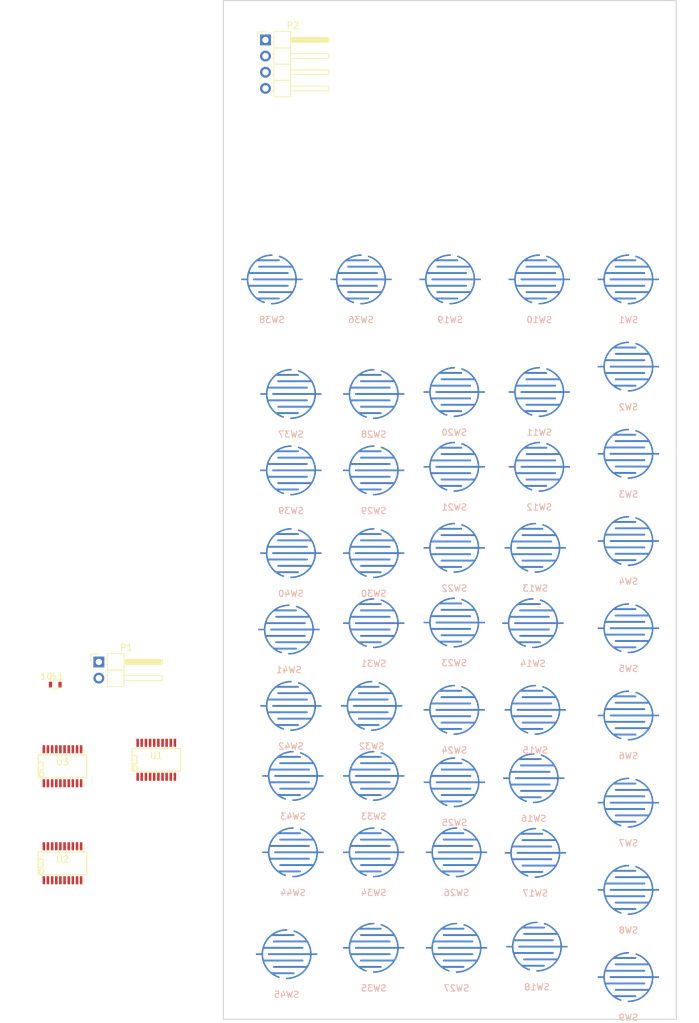
<source format=kicad_pcb>
(kicad_pcb (version 4) (host pcbnew 4.0.6-e0-6349~53~ubuntu16.04.1)

  (general
    (links 123)
    (no_connects 47)
    (area 72.314999 29.134999 143.585001 189.305001)
    (thickness 1.6)
    (drawings 9)
    (tracks 0)
    (zones 0)
    (modules 51)
    (nets 27)
  )

  (page A4)
  (layers
    (0 F.Cu signal)
    (31 B.Cu signal)
    (32 B.Adhes user)
    (33 F.Adhes user)
    (34 B.Paste user)
    (35 F.Paste user)
    (36 B.SilkS user)
    (37 F.SilkS user)
    (38 B.Mask user)
    (39 F.Mask user)
    (40 Dwgs.User user)
    (41 Cmts.User user)
    (42 Eco1.User user)
    (43 Eco2.User user)
    (44 Edge.Cuts user)
    (45 Margin user)
    (46 B.CrtYd user)
    (47 F.CrtYd user)
    (48 B.Fab user)
    (49 F.Fab user)
  )

  (setup
    (last_trace_width 0.25)
    (trace_clearance 0.2)
    (zone_clearance 0.508)
    (zone_45_only no)
    (trace_min 0.2)
    (segment_width 0.2)
    (edge_width 0.15)
    (via_size 0.6)
    (via_drill 0.4)
    (via_min_size 0.4)
    (via_min_drill 0.3)
    (uvia_size 0.3)
    (uvia_drill 0.1)
    (uvias_allowed no)
    (uvia_min_size 0.2)
    (uvia_min_drill 0.1)
    (pcb_text_width 0.3)
    (pcb_text_size 1.5 1.5)
    (mod_edge_width 0.15)
    (mod_text_size 1 1)
    (mod_text_width 0.15)
    (pad_size 1.524 1.524)
    (pad_drill 0.762)
    (pad_to_mask_clearance 0.2)
    (aux_axis_origin 0 0)
    (visible_elements FFFFFF7F)
    (pcbplotparams
      (layerselection 0x00030_80000001)
      (usegerberextensions false)
      (excludeedgelayer true)
      (linewidth 0.100000)
      (plotframeref false)
      (viasonmask false)
      (mode 1)
      (useauxorigin false)
      (hpglpennumber 1)
      (hpglpenspeed 20)
      (hpglpendiameter 15)
      (hpglpenoverlay 2)
      (psnegative false)
      (psa4output false)
      (plotreference true)
      (plotvalue true)
      (plotinvisibletext false)
      (padsonsilk false)
      (subtractmaskfromsilk false)
      (outputformat 1)
      (mirror false)
      (drillshape 1)
      (scaleselection 1)
      (outputdirectory ""))
  )

  (net 0 "")
  (net 1 /A0)
  (net 2 GND)
  (net 3 +5V)
  (net 4 /SDA)
  (net 5 /SCL)
  (net 6 "Net-(U1-Pad6)")
  (net 7 "Net-(U1-Pad8)")
  (net 8 /COL1)
  (net 9 /COL2)
  (net 10 /COL3)
  (net 11 /COL4)
  (net 12 /COL5)
  (net 13 /FIL1)
  (net 14 /FIL2)
  (net 15 /FIL3)
  (net 16 +3V3)
  (net 17 "Net-(U2-Pad6)")
  (net 18 "Net-(U2-Pad8)")
  (net 19 /FIL4)
  (net 20 /FIL5)
  (net 21 /FIL6)
  (net 22 "Net-(U3-Pad6)")
  (net 23 "Net-(U3-Pad8)")
  (net 24 /FIL7)
  (net 25 /FIL8)
  (net 26 /FIL9)

  (net_class Default "This is the default net class."
    (clearance 0.2)
    (trace_width 0.25)
    (via_dia 0.6)
    (via_drill 0.4)
    (uvia_dia 0.3)
    (uvia_drill 0.1)
    (add_net +3V3)
    (add_net +5V)
    (add_net /A0)
    (add_net /COL1)
    (add_net /COL2)
    (add_net /COL3)
    (add_net /COL4)
    (add_net /COL5)
    (add_net /FIL1)
    (add_net /FIL2)
    (add_net /FIL3)
    (add_net /FIL4)
    (add_net /FIL5)
    (add_net /FIL6)
    (add_net /FIL7)
    (add_net /FIL8)
    (add_net /FIL9)
    (add_net /SCL)
    (add_net /SDA)
    (add_net GND)
    (add_net "Net-(U1-Pad6)")
    (add_net "Net-(U1-Pad8)")
    (add_net "Net-(U2-Pad6)")
    (add_net "Net-(U2-Pad8)")
    (add_net "Net-(U3-Pad6)")
    (add_net "Net-(U3-Pad8)")
  )

  (module Resistors_SMD:R_0603 (layer F.Cu) (tedit 58E0A804) (tstamp 59562007)
    (at 45.986 136.652)
    (descr "Resistor SMD 0603, reflow soldering, Vishay (see dcrcw.pdf)")
    (tags "resistor 0603")
    (path /5953F7EF)
    (attr smd)
    (fp_text reference 10k1 (at -0.52 -1.27) (layer F.SilkS)
      (effects (font (size 1 1) (thickness 0.15)))
    )
    (fp_text value R (at 0 1.5) (layer F.Fab)
      (effects (font (size 1 1) (thickness 0.15)))
    )
    (fp_text user %R (at 0 0) (layer F.Fab)
      (effects (font (size 0.5 0.5) (thickness 0.075)))
    )
    (fp_line (start -0.8 0.4) (end -0.8 -0.4) (layer F.Fab) (width 0.1))
    (fp_line (start 0.8 0.4) (end -0.8 0.4) (layer F.Fab) (width 0.1))
    (fp_line (start 0.8 -0.4) (end 0.8 0.4) (layer F.Fab) (width 0.1))
    (fp_line (start -0.8 -0.4) (end 0.8 -0.4) (layer F.Fab) (width 0.1))
    (fp_line (start 0.5 0.68) (end -0.5 0.68) (layer F.SilkS) (width 0.12))
    (fp_line (start -0.5 -0.68) (end 0.5 -0.68) (layer F.SilkS) (width 0.12))
    (fp_line (start -1.25 -0.7) (end 1.25 -0.7) (layer F.CrtYd) (width 0.05))
    (fp_line (start -1.25 -0.7) (end -1.25 0.7) (layer F.CrtYd) (width 0.05))
    (fp_line (start 1.25 0.7) (end 1.25 -0.7) (layer F.CrtYd) (width 0.05))
    (fp_line (start 1.25 0.7) (end -1.25 0.7) (layer F.CrtYd) (width 0.05))
    (pad 1 smd rect (at -0.75 0) (size 0.5 0.9) (layers F.Cu F.Paste F.Mask)
      (net 1 /A0))
    (pad 2 smd rect (at 0.75 0) (size 0.5 0.9) (layers F.Cu F.Paste F.Mask)
      (net 2 GND))
    (model ${KISYS3DMOD}/Resistors_SMD.3dshapes/R_0603.wrl
      (at (xyz 0 0 0))
      (scale (xyz 1 1 1))
      (rotate (xyz 0 0 0))
    )
  )

  (module Pin_Headers:Pin_Header_Angled_1x02_Pitch2.54mm (layer F.Cu) (tedit 58CD4EC1) (tstamp 5956200D)
    (at 52.832 133.096)
    (descr "Through hole angled pin header, 1x02, 2.54mm pitch, 6mm pin length, single row")
    (tags "Through hole angled pin header THT 1x02 2.54mm single row")
    (path /5953F43B)
    (fp_text reference P1 (at 4.315 -2.27) (layer F.SilkS)
      (effects (font (size 1 1) (thickness 0.15)))
    )
    (fp_text value CONN_01X02 (at 4.315 4.81) (layer F.Fab)
      (effects (font (size 1 1) (thickness 0.15)))
    )
    (fp_line (start 1.4 -1.27) (end 1.4 1.27) (layer F.Fab) (width 0.1))
    (fp_line (start 1.4 1.27) (end 3.9 1.27) (layer F.Fab) (width 0.1))
    (fp_line (start 3.9 1.27) (end 3.9 -1.27) (layer F.Fab) (width 0.1))
    (fp_line (start 3.9 -1.27) (end 1.4 -1.27) (layer F.Fab) (width 0.1))
    (fp_line (start 0 -0.32) (end 0 0.32) (layer F.Fab) (width 0.1))
    (fp_line (start 0 0.32) (end 9.9 0.32) (layer F.Fab) (width 0.1))
    (fp_line (start 9.9 0.32) (end 9.9 -0.32) (layer F.Fab) (width 0.1))
    (fp_line (start 9.9 -0.32) (end 0 -0.32) (layer F.Fab) (width 0.1))
    (fp_line (start 1.4 1.27) (end 1.4 3.81) (layer F.Fab) (width 0.1))
    (fp_line (start 1.4 3.81) (end 3.9 3.81) (layer F.Fab) (width 0.1))
    (fp_line (start 3.9 3.81) (end 3.9 1.27) (layer F.Fab) (width 0.1))
    (fp_line (start 3.9 1.27) (end 1.4 1.27) (layer F.Fab) (width 0.1))
    (fp_line (start 0 2.22) (end 0 2.86) (layer F.Fab) (width 0.1))
    (fp_line (start 0 2.86) (end 9.9 2.86) (layer F.Fab) (width 0.1))
    (fp_line (start 9.9 2.86) (end 9.9 2.22) (layer F.Fab) (width 0.1))
    (fp_line (start 9.9 2.22) (end 0 2.22) (layer F.Fab) (width 0.1))
    (fp_line (start 1.34 -1.33) (end 1.34 1.27) (layer F.SilkS) (width 0.12))
    (fp_line (start 1.34 1.27) (end 3.96 1.27) (layer F.SilkS) (width 0.12))
    (fp_line (start 3.96 1.27) (end 3.96 -1.33) (layer F.SilkS) (width 0.12))
    (fp_line (start 3.96 -1.33) (end 1.34 -1.33) (layer F.SilkS) (width 0.12))
    (fp_line (start 3.96 -0.38) (end 3.96 0.38) (layer F.SilkS) (width 0.12))
    (fp_line (start 3.96 0.38) (end 9.96 0.38) (layer F.SilkS) (width 0.12))
    (fp_line (start 9.96 0.38) (end 9.96 -0.38) (layer F.SilkS) (width 0.12))
    (fp_line (start 9.96 -0.38) (end 3.96 -0.38) (layer F.SilkS) (width 0.12))
    (fp_line (start 0.91 -0.38) (end 1.34 -0.38) (layer F.SilkS) (width 0.12))
    (fp_line (start 0.91 0.38) (end 1.34 0.38) (layer F.SilkS) (width 0.12))
    (fp_line (start 3.96 -0.26) (end 9.96 -0.26) (layer F.SilkS) (width 0.12))
    (fp_line (start 3.96 -0.14) (end 9.96 -0.14) (layer F.SilkS) (width 0.12))
    (fp_line (start 3.96 -0.02) (end 9.96 -0.02) (layer F.SilkS) (width 0.12))
    (fp_line (start 3.96 0.1) (end 9.96 0.1) (layer F.SilkS) (width 0.12))
    (fp_line (start 3.96 0.22) (end 9.96 0.22) (layer F.SilkS) (width 0.12))
    (fp_line (start 3.96 0.34) (end 9.96 0.34) (layer F.SilkS) (width 0.12))
    (fp_line (start 1.34 1.27) (end 1.34 3.87) (layer F.SilkS) (width 0.12))
    (fp_line (start 1.34 3.87) (end 3.96 3.87) (layer F.SilkS) (width 0.12))
    (fp_line (start 3.96 3.87) (end 3.96 1.27) (layer F.SilkS) (width 0.12))
    (fp_line (start 3.96 1.27) (end 1.34 1.27) (layer F.SilkS) (width 0.12))
    (fp_line (start 3.96 2.16) (end 3.96 2.92) (layer F.SilkS) (width 0.12))
    (fp_line (start 3.96 2.92) (end 9.96 2.92) (layer F.SilkS) (width 0.12))
    (fp_line (start 9.96 2.92) (end 9.96 2.16) (layer F.SilkS) (width 0.12))
    (fp_line (start 9.96 2.16) (end 3.96 2.16) (layer F.SilkS) (width 0.12))
    (fp_line (start 0.91 2.16) (end 1.34 2.16) (layer F.SilkS) (width 0.12))
    (fp_line (start 0.91 2.92) (end 1.34 2.92) (layer F.SilkS) (width 0.12))
    (fp_line (start -1.27 0) (end -1.27 -1.27) (layer F.SilkS) (width 0.12))
    (fp_line (start -1.27 -1.27) (end 0 -1.27) (layer F.SilkS) (width 0.12))
    (fp_line (start -1.8 -1.8) (end -1.8 4.35) (layer F.CrtYd) (width 0.05))
    (fp_line (start -1.8 4.35) (end 10.4 4.35) (layer F.CrtYd) (width 0.05))
    (fp_line (start 10.4 4.35) (end 10.4 -1.8) (layer F.CrtYd) (width 0.05))
    (fp_line (start 10.4 -1.8) (end -1.8 -1.8) (layer F.CrtYd) (width 0.05))
    (fp_text user %R (at 4.315 -2.27) (layer F.Fab)
      (effects (font (size 1 1) (thickness 0.15)))
    )
    (pad 1 thru_hole rect (at 0 0) (size 1.7 1.7) (drill 1) (layers *.Cu *.Mask)
      (net 1 /A0))
    (pad 2 thru_hole oval (at 0 2.54) (size 1.7 1.7) (drill 1) (layers *.Cu *.Mask)
      (net 3 +5V))
    (model ${KISYS3DMOD}/Pin_Headers.3dshapes/Pin_Header_Angled_1x02_Pitch2.54mm.wrl
      (at (xyz 0 -0.05 0))
      (scale (xyz 1 1 1))
      (rotate (xyz 0 0 90))
    )
  )

  (module Pin_Headers:Pin_Header_Angled_1x04_Pitch2.54mm (layer F.Cu) (tedit 58CD4EC1) (tstamp 59562015)
    (at 79 35.38)
    (descr "Through hole angled pin header, 1x04, 2.54mm pitch, 6mm pin length, single row")
    (tags "Through hole angled pin header THT 1x04 2.54mm single row")
    (path /5953E382)
    (fp_text reference P2 (at 4.315 -2.27) (layer F.SilkS)
      (effects (font (size 1 1) (thickness 0.15)))
    )
    (fp_text value CONN_01X04 (at 4.315 9.89) (layer F.Fab)
      (effects (font (size 1 1) (thickness 0.15)))
    )
    (fp_line (start 1.4 -1.27) (end 1.4 1.27) (layer F.Fab) (width 0.1))
    (fp_line (start 1.4 1.27) (end 3.9 1.27) (layer F.Fab) (width 0.1))
    (fp_line (start 3.9 1.27) (end 3.9 -1.27) (layer F.Fab) (width 0.1))
    (fp_line (start 3.9 -1.27) (end 1.4 -1.27) (layer F.Fab) (width 0.1))
    (fp_line (start 0 -0.32) (end 0 0.32) (layer F.Fab) (width 0.1))
    (fp_line (start 0 0.32) (end 9.9 0.32) (layer F.Fab) (width 0.1))
    (fp_line (start 9.9 0.32) (end 9.9 -0.32) (layer F.Fab) (width 0.1))
    (fp_line (start 9.9 -0.32) (end 0 -0.32) (layer F.Fab) (width 0.1))
    (fp_line (start 1.4 1.27) (end 1.4 3.81) (layer F.Fab) (width 0.1))
    (fp_line (start 1.4 3.81) (end 3.9 3.81) (layer F.Fab) (width 0.1))
    (fp_line (start 3.9 3.81) (end 3.9 1.27) (layer F.Fab) (width 0.1))
    (fp_line (start 3.9 1.27) (end 1.4 1.27) (layer F.Fab) (width 0.1))
    (fp_line (start 0 2.22) (end 0 2.86) (layer F.Fab) (width 0.1))
    (fp_line (start 0 2.86) (end 9.9 2.86) (layer F.Fab) (width 0.1))
    (fp_line (start 9.9 2.86) (end 9.9 2.22) (layer F.Fab) (width 0.1))
    (fp_line (start 9.9 2.22) (end 0 2.22) (layer F.Fab) (width 0.1))
    (fp_line (start 1.4 3.81) (end 1.4 6.35) (layer F.Fab) (width 0.1))
    (fp_line (start 1.4 6.35) (end 3.9 6.35) (layer F.Fab) (width 0.1))
    (fp_line (start 3.9 6.35) (end 3.9 3.81) (layer F.Fab) (width 0.1))
    (fp_line (start 3.9 3.81) (end 1.4 3.81) (layer F.Fab) (width 0.1))
    (fp_line (start 0 4.76) (end 0 5.4) (layer F.Fab) (width 0.1))
    (fp_line (start 0 5.4) (end 9.9 5.4) (layer F.Fab) (width 0.1))
    (fp_line (start 9.9 5.4) (end 9.9 4.76) (layer F.Fab) (width 0.1))
    (fp_line (start 9.9 4.76) (end 0 4.76) (layer F.Fab) (width 0.1))
    (fp_line (start 1.4 6.35) (end 1.4 8.89) (layer F.Fab) (width 0.1))
    (fp_line (start 1.4 8.89) (end 3.9 8.89) (layer F.Fab) (width 0.1))
    (fp_line (start 3.9 8.89) (end 3.9 6.35) (layer F.Fab) (width 0.1))
    (fp_line (start 3.9 6.35) (end 1.4 6.35) (layer F.Fab) (width 0.1))
    (fp_line (start 0 7.3) (end 0 7.94) (layer F.Fab) (width 0.1))
    (fp_line (start 0 7.94) (end 9.9 7.94) (layer F.Fab) (width 0.1))
    (fp_line (start 9.9 7.94) (end 9.9 7.3) (layer F.Fab) (width 0.1))
    (fp_line (start 9.9 7.3) (end 0 7.3) (layer F.Fab) (width 0.1))
    (fp_line (start 1.34 -1.33) (end 1.34 1.27) (layer F.SilkS) (width 0.12))
    (fp_line (start 1.34 1.27) (end 3.96 1.27) (layer F.SilkS) (width 0.12))
    (fp_line (start 3.96 1.27) (end 3.96 -1.33) (layer F.SilkS) (width 0.12))
    (fp_line (start 3.96 -1.33) (end 1.34 -1.33) (layer F.SilkS) (width 0.12))
    (fp_line (start 3.96 -0.38) (end 3.96 0.38) (layer F.SilkS) (width 0.12))
    (fp_line (start 3.96 0.38) (end 9.96 0.38) (layer F.SilkS) (width 0.12))
    (fp_line (start 9.96 0.38) (end 9.96 -0.38) (layer F.SilkS) (width 0.12))
    (fp_line (start 9.96 -0.38) (end 3.96 -0.38) (layer F.SilkS) (width 0.12))
    (fp_line (start 0.91 -0.38) (end 1.34 -0.38) (layer F.SilkS) (width 0.12))
    (fp_line (start 0.91 0.38) (end 1.34 0.38) (layer F.SilkS) (width 0.12))
    (fp_line (start 3.96 -0.26) (end 9.96 -0.26) (layer F.SilkS) (width 0.12))
    (fp_line (start 3.96 -0.14) (end 9.96 -0.14) (layer F.SilkS) (width 0.12))
    (fp_line (start 3.96 -0.02) (end 9.96 -0.02) (layer F.SilkS) (width 0.12))
    (fp_line (start 3.96 0.1) (end 9.96 0.1) (layer F.SilkS) (width 0.12))
    (fp_line (start 3.96 0.22) (end 9.96 0.22) (layer F.SilkS) (width 0.12))
    (fp_line (start 3.96 0.34) (end 9.96 0.34) (layer F.SilkS) (width 0.12))
    (fp_line (start 1.34 1.27) (end 1.34 3.81) (layer F.SilkS) (width 0.12))
    (fp_line (start 1.34 3.81) (end 3.96 3.81) (layer F.SilkS) (width 0.12))
    (fp_line (start 3.96 3.81) (end 3.96 1.27) (layer F.SilkS) (width 0.12))
    (fp_line (start 3.96 1.27) (end 1.34 1.27) (layer F.SilkS) (width 0.12))
    (fp_line (start 3.96 2.16) (end 3.96 2.92) (layer F.SilkS) (width 0.12))
    (fp_line (start 3.96 2.92) (end 9.96 2.92) (layer F.SilkS) (width 0.12))
    (fp_line (start 9.96 2.92) (end 9.96 2.16) (layer F.SilkS) (width 0.12))
    (fp_line (start 9.96 2.16) (end 3.96 2.16) (layer F.SilkS) (width 0.12))
    (fp_line (start 0.91 2.16) (end 1.34 2.16) (layer F.SilkS) (width 0.12))
    (fp_line (start 0.91 2.92) (end 1.34 2.92) (layer F.SilkS) (width 0.12))
    (fp_line (start 1.34 3.81) (end 1.34 6.35) (layer F.SilkS) (width 0.12))
    (fp_line (start 1.34 6.35) (end 3.96 6.35) (layer F.SilkS) (width 0.12))
    (fp_line (start 3.96 6.35) (end 3.96 3.81) (layer F.SilkS) (width 0.12))
    (fp_line (start 3.96 3.81) (end 1.34 3.81) (layer F.SilkS) (width 0.12))
    (fp_line (start 3.96 4.7) (end 3.96 5.46) (layer F.SilkS) (width 0.12))
    (fp_line (start 3.96 5.46) (end 9.96 5.46) (layer F.SilkS) (width 0.12))
    (fp_line (start 9.96 5.46) (end 9.96 4.7) (layer F.SilkS) (width 0.12))
    (fp_line (start 9.96 4.7) (end 3.96 4.7) (layer F.SilkS) (width 0.12))
    (fp_line (start 0.91 4.7) (end 1.34 4.7) (layer F.SilkS) (width 0.12))
    (fp_line (start 0.91 5.46) (end 1.34 5.46) (layer F.SilkS) (width 0.12))
    (fp_line (start 1.34 6.35) (end 1.34 8.95) (layer F.SilkS) (width 0.12))
    (fp_line (start 1.34 8.95) (end 3.96 8.95) (layer F.SilkS) (width 0.12))
    (fp_line (start 3.96 8.95) (end 3.96 6.35) (layer F.SilkS) (width 0.12))
    (fp_line (start 3.96 6.35) (end 1.34 6.35) (layer F.SilkS) (width 0.12))
    (fp_line (start 3.96 7.24) (end 3.96 8) (layer F.SilkS) (width 0.12))
    (fp_line (start 3.96 8) (end 9.96 8) (layer F.SilkS) (width 0.12))
    (fp_line (start 9.96 8) (end 9.96 7.24) (layer F.SilkS) (width 0.12))
    (fp_line (start 9.96 7.24) (end 3.96 7.24) (layer F.SilkS) (width 0.12))
    (fp_line (start 0.91 7.24) (end 1.34 7.24) (layer F.SilkS) (width 0.12))
    (fp_line (start 0.91 8) (end 1.34 8) (layer F.SilkS) (width 0.12))
    (fp_line (start -1.27 0) (end -1.27 -1.27) (layer F.SilkS) (width 0.12))
    (fp_line (start -1.27 -1.27) (end 0 -1.27) (layer F.SilkS) (width 0.12))
    (fp_line (start -1.8 -1.8) (end -1.8 9.4) (layer F.CrtYd) (width 0.05))
    (fp_line (start -1.8 9.4) (end 10.4 9.4) (layer F.CrtYd) (width 0.05))
    (fp_line (start 10.4 9.4) (end 10.4 -1.8) (layer F.CrtYd) (width 0.05))
    (fp_line (start 10.4 -1.8) (end -1.8 -1.8) (layer F.CrtYd) (width 0.05))
    (fp_text user %R (at 4.315 -2.27) (layer F.Fab)
      (effects (font (size 1 1) (thickness 0.15)))
    )
    (pad 1 thru_hole rect (at 0 0) (size 1.7 1.7) (drill 1) (layers *.Cu *.Mask)
      (net 2 GND))
    (pad 2 thru_hole oval (at 0 2.54) (size 1.7 1.7) (drill 1) (layers *.Cu *.Mask)
      (net 3 +5V))
    (pad 3 thru_hole oval (at 0 5.08) (size 1.7 1.7) (drill 1) (layers *.Cu *.Mask)
      (net 4 /SDA))
    (pad 4 thru_hole oval (at 0 7.62) (size 1.7 1.7) (drill 1) (layers *.Cu *.Mask)
      (net 5 /SCL))
    (model ${KISYS3DMOD}/Pin_Headers.3dshapes/Pin_Header_Angled_1x04_Pitch2.54mm.wrl
      (at (xyz 0 -0.15 0))
      (scale (xyz 1 1 1))
      (rotate (xyz 0 0 90))
    )
  )

  (module SMD_Packages:SSOP-20 (layer F.Cu) (tedit 0) (tstamp 5956202D)
    (at 61.849 148.463)
    (descr "SSOP 20 pins")
    (tags "CMS SSOP SMD")
    (path /58E3C363)
    (attr smd)
    (fp_text reference U1 (at 0 -0.635) (layer F.SilkS)
      (effects (font (size 1 1) (thickness 0.15)))
    )
    (fp_text value MCP23008_SSOP (at 0 0.635) (layer F.Fab)
      (effects (font (size 1 1) (thickness 0.15)))
    )
    (fp_line (start 3.81 -1.778) (end -3.81 -1.778) (layer F.SilkS) (width 0.15))
    (fp_line (start -3.81 1.778) (end 3.81 1.778) (layer F.SilkS) (width 0.15))
    (fp_line (start 3.81 -1.778) (end 3.81 1.778) (layer F.SilkS) (width 0.15))
    (fp_line (start -3.81 1.778) (end -3.81 -1.778) (layer F.SilkS) (width 0.15))
    (fp_circle (center -3.302 1.27) (end -3.556 1.016) (layer F.SilkS) (width 0.15))
    (fp_line (start -3.81 -0.635) (end -3.048 -0.635) (layer F.SilkS) (width 0.15))
    (fp_line (start -3.048 -0.635) (end -3.048 0.635) (layer F.SilkS) (width 0.15))
    (fp_line (start -3.048 0.635) (end -3.81 0.635) (layer F.SilkS) (width 0.15))
    (pad 1 smd rect (at -2.921 2.667) (size 0.4064 1.27) (layers F.Cu F.Paste F.Mask)
      (net 5 /SCL))
    (pad 2 smd rect (at -2.286 2.667) (size 0.4064 1.27) (layers F.Cu F.Paste F.Mask)
      (net 4 /SDA))
    (pad 3 smd rect (at -1.6256 2.667) (size 0.4064 1.27) (layers F.Cu F.Paste F.Mask)
      (net 3 +5V))
    (pad 4 smd rect (at -0.9652 2.667) (size 0.4064 1.27) (layers F.Cu F.Paste F.Mask)
      (net 3 +5V))
    (pad 5 smd rect (at -0.3302 2.667) (size 0.4064 1.27) (layers F.Cu F.Paste F.Mask)
      (net 3 +5V))
    (pad 6 smd rect (at 0.3302 2.667) (size 0.4064 1.27) (layers F.Cu F.Paste F.Mask)
      (net 6 "Net-(U1-Pad6)"))
    (pad 7 smd rect (at 0.9906 2.667) (size 0.4064 1.27) (layers F.Cu F.Paste F.Mask))
    (pad 8 smd rect (at 1.6256 2.667) (size 0.4064 1.27) (layers F.Cu F.Paste F.Mask)
      (net 7 "Net-(U1-Pad8)"))
    (pad 9 smd rect (at 2.286 2.667) (size 0.4064 1.27) (layers F.Cu F.Paste F.Mask)
      (net 2 GND))
    (pad 10 smd rect (at 2.921 2.667) (size 0.4064 1.27) (layers F.Cu F.Paste F.Mask))
    (pad 11 smd rect (at 2.921 -2.667) (size 0.4064 1.27) (layers F.Cu F.Paste F.Mask))
    (pad 12 smd rect (at 2.286 -2.667) (size 0.4064 1.27) (layers F.Cu F.Paste F.Mask)
      (net 8 /COL1))
    (pad 13 smd rect (at 1.6256 -2.667) (size 0.4064 1.27) (layers F.Cu F.Paste F.Mask)
      (net 9 /COL2))
    (pad 14 smd rect (at 0.9906 -2.667) (size 0.4064 1.27) (layers F.Cu F.Paste F.Mask)
      (net 10 /COL3))
    (pad 15 smd rect (at 0.3302 -2.667) (size 0.4064 1.27) (layers F.Cu F.Paste F.Mask)
      (net 11 /COL4))
    (pad 16 smd rect (at -0.3302 -2.667) (size 0.4064 1.27) (layers F.Cu F.Paste F.Mask)
      (net 12 /COL5))
    (pad 17 smd rect (at -0.9652 -2.667) (size 0.4064 1.27) (layers F.Cu F.Paste F.Mask)
      (net 13 /FIL1))
    (pad 18 smd rect (at -1.6256 -2.667) (size 0.4064 1.27) (layers F.Cu F.Paste F.Mask)
      (net 14 /FIL2))
    (pad 19 smd rect (at -2.286 -2.667) (size 0.4064 1.27) (layers F.Cu F.Paste F.Mask)
      (net 15 /FIL3))
    (pad 20 smd rect (at -2.921 -2.667) (size 0.4064 1.27) (layers F.Cu F.Paste F.Mask)
      (net 16 +3V3))
    (model SMD_Packages.3dshapes/SSOP-20.wrl
      (at (xyz 0 0 0))
      (scale (xyz 0.255 0.33 0.3))
      (rotate (xyz 0 0 0))
    )
  )

  (module SMD_Packages:SSOP-20 (layer F.Cu) (tedit 0) (tstamp 59562045)
    (at 47.117 164.719)
    (descr "SSOP 20 pins")
    (tags "CMS SSOP SMD")
    (path /58E3C43D)
    (attr smd)
    (fp_text reference U2 (at 0 -0.635) (layer F.SilkS)
      (effects (font (size 1 1) (thickness 0.15)))
    )
    (fp_text value MCP23008_SSOP (at 4.1148 0.635) (layer F.Fab)
      (effects (font (size 1 1) (thickness 0.15)))
    )
    (fp_line (start 3.81 -1.778) (end -3.81 -1.778) (layer F.SilkS) (width 0.15))
    (fp_line (start -3.81 1.778) (end 3.81 1.778) (layer F.SilkS) (width 0.15))
    (fp_line (start 3.81 -1.778) (end 3.81 1.778) (layer F.SilkS) (width 0.15))
    (fp_line (start -3.81 1.778) (end -3.81 -1.778) (layer F.SilkS) (width 0.15))
    (fp_circle (center -3.302 1.27) (end -3.556 1.016) (layer F.SilkS) (width 0.15))
    (fp_line (start -3.81 -0.635) (end -3.048 -0.635) (layer F.SilkS) (width 0.15))
    (fp_line (start -3.048 -0.635) (end -3.048 0.635) (layer F.SilkS) (width 0.15))
    (fp_line (start -3.048 0.635) (end -3.81 0.635) (layer F.SilkS) (width 0.15))
    (pad 1 smd rect (at -2.921 2.667) (size 0.4064 1.27) (layers F.Cu F.Paste F.Mask)
      (net 5 /SCL))
    (pad 2 smd rect (at -2.286 2.667) (size 0.4064 1.27) (layers F.Cu F.Paste F.Mask)
      (net 4 /SDA))
    (pad 3 smd rect (at -1.6256 2.667) (size 0.4064 1.27) (layers F.Cu F.Paste F.Mask)
      (net 3 +5V))
    (pad 4 smd rect (at -0.9652 2.667) (size 0.4064 1.27) (layers F.Cu F.Paste F.Mask)
      (net 2 GND))
    (pad 5 smd rect (at -0.3302 2.667) (size 0.4064 1.27) (layers F.Cu F.Paste F.Mask)
      (net 2 GND))
    (pad 6 smd rect (at 0.3302 2.667) (size 0.4064 1.27) (layers F.Cu F.Paste F.Mask)
      (net 17 "Net-(U2-Pad6)"))
    (pad 7 smd rect (at 0.9906 2.667) (size 0.4064 1.27) (layers F.Cu F.Paste F.Mask))
    (pad 8 smd rect (at 1.6256 2.667) (size 0.4064 1.27) (layers F.Cu F.Paste F.Mask)
      (net 18 "Net-(U2-Pad8)"))
    (pad 9 smd rect (at 2.286 2.667) (size 0.4064 1.27) (layers F.Cu F.Paste F.Mask)
      (net 2 GND))
    (pad 10 smd rect (at 2.921 2.667) (size 0.4064 1.27) (layers F.Cu F.Paste F.Mask))
    (pad 11 smd rect (at 2.921 -2.667) (size 0.4064 1.27) (layers F.Cu F.Paste F.Mask))
    (pad 12 smd rect (at 2.286 -2.667) (size 0.4064 1.27) (layers F.Cu F.Paste F.Mask)
      (net 8 /COL1))
    (pad 13 smd rect (at 1.6256 -2.667) (size 0.4064 1.27) (layers F.Cu F.Paste F.Mask)
      (net 9 /COL2))
    (pad 14 smd rect (at 0.9906 -2.667) (size 0.4064 1.27) (layers F.Cu F.Paste F.Mask)
      (net 10 /COL3))
    (pad 15 smd rect (at 0.3302 -2.667) (size 0.4064 1.27) (layers F.Cu F.Paste F.Mask)
      (net 11 /COL4))
    (pad 16 smd rect (at -0.3302 -2.667) (size 0.4064 1.27) (layers F.Cu F.Paste F.Mask)
      (net 12 /COL5))
    (pad 17 smd rect (at -0.9652 -2.667) (size 0.4064 1.27) (layers F.Cu F.Paste F.Mask)
      (net 19 /FIL4))
    (pad 18 smd rect (at -1.6256 -2.667) (size 0.4064 1.27) (layers F.Cu F.Paste F.Mask)
      (net 20 /FIL5))
    (pad 19 smd rect (at -2.286 -2.667) (size 0.4064 1.27) (layers F.Cu F.Paste F.Mask)
      (net 21 /FIL6))
    (pad 20 smd rect (at -2.921 -2.667) (size 0.4064 1.27) (layers F.Cu F.Paste F.Mask)
      (net 16 +3V3))
    (model SMD_Packages.3dshapes/SSOP-20.wrl
      (at (xyz 0 0 0))
      (scale (xyz 0.255 0.33 0.3))
      (rotate (xyz 0 0 0))
    )
  )

  (module SMD_Packages:SSOP-20 (layer F.Cu) (tedit 0) (tstamp 5956205D)
    (at 47.117 149.479)
    (descr "SSOP 20 pins")
    (tags "CMS SSOP SMD")
    (path /58E3C70A)
    (attr smd)
    (fp_text reference U3 (at 0 -0.635) (layer F.SilkS)
      (effects (font (size 1 1) (thickness 0.15)))
    )
    (fp_text value MCP23008_SSOP (at 0 0.635) (layer F.Fab)
      (effects (font (size 1 1) (thickness 0.15)))
    )
    (fp_line (start 3.81 -1.778) (end -3.81 -1.778) (layer F.SilkS) (width 0.15))
    (fp_line (start -3.81 1.778) (end 3.81 1.778) (layer F.SilkS) (width 0.15))
    (fp_line (start 3.81 -1.778) (end 3.81 1.778) (layer F.SilkS) (width 0.15))
    (fp_line (start -3.81 1.778) (end -3.81 -1.778) (layer F.SilkS) (width 0.15))
    (fp_circle (center -3.302 1.27) (end -3.556 1.016) (layer F.SilkS) (width 0.15))
    (fp_line (start -3.81 -0.635) (end -3.048 -0.635) (layer F.SilkS) (width 0.15))
    (fp_line (start -3.048 -0.635) (end -3.048 0.635) (layer F.SilkS) (width 0.15))
    (fp_line (start -3.048 0.635) (end -3.81 0.635) (layer F.SilkS) (width 0.15))
    (pad 1 smd rect (at -2.921 2.667) (size 0.4064 1.27) (layers F.Cu F.Paste F.Mask)
      (net 5 /SCL))
    (pad 2 smd rect (at -2.286 2.667) (size 0.4064 1.27) (layers F.Cu F.Paste F.Mask)
      (net 4 /SDA))
    (pad 3 smd rect (at -1.6256 2.667) (size 0.4064 1.27) (layers F.Cu F.Paste F.Mask)
      (net 3 +5V))
    (pad 4 smd rect (at -0.9652 2.667) (size 0.4064 1.27) (layers F.Cu F.Paste F.Mask)
      (net 3 +5V))
    (pad 5 smd rect (at -0.3302 2.667) (size 0.4064 1.27) (layers F.Cu F.Paste F.Mask)
      (net 2 GND))
    (pad 6 smd rect (at 0.3302 2.667) (size 0.4064 1.27) (layers F.Cu F.Paste F.Mask)
      (net 22 "Net-(U3-Pad6)"))
    (pad 7 smd rect (at 0.9906 2.667) (size 0.4064 1.27) (layers F.Cu F.Paste F.Mask))
    (pad 8 smd rect (at 1.6256 2.667) (size 0.4064 1.27) (layers F.Cu F.Paste F.Mask)
      (net 23 "Net-(U3-Pad8)"))
    (pad 9 smd rect (at 2.286 2.667) (size 0.4064 1.27) (layers F.Cu F.Paste F.Mask)
      (net 2 GND))
    (pad 10 smd rect (at 2.921 2.667) (size 0.4064 1.27) (layers F.Cu F.Paste F.Mask))
    (pad 11 smd rect (at 2.921 -2.667) (size 0.4064 1.27) (layers F.Cu F.Paste F.Mask))
    (pad 12 smd rect (at 2.286 -2.667) (size 0.4064 1.27) (layers F.Cu F.Paste F.Mask)
      (net 8 /COL1))
    (pad 13 smd rect (at 1.6256 -2.667) (size 0.4064 1.27) (layers F.Cu F.Paste F.Mask)
      (net 9 /COL2))
    (pad 14 smd rect (at 0.9906 -2.667) (size 0.4064 1.27) (layers F.Cu F.Paste F.Mask)
      (net 10 /COL3))
    (pad 15 smd rect (at 0.3302 -2.667) (size 0.4064 1.27) (layers F.Cu F.Paste F.Mask)
      (net 11 /COL4))
    (pad 16 smd rect (at -0.3302 -2.667) (size 0.4064 1.27) (layers F.Cu F.Paste F.Mask)
      (net 12 /COL5))
    (pad 17 smd rect (at -0.9652 -2.667) (size 0.4064 1.27) (layers F.Cu F.Paste F.Mask)
      (net 24 /FIL7))
    (pad 18 smd rect (at -1.6256 -2.667) (size 0.4064 1.27) (layers F.Cu F.Paste F.Mask)
      (net 25 /FIL8))
    (pad 19 smd rect (at -2.286 -2.667) (size 0.4064 1.27) (layers F.Cu F.Paste F.Mask)
      (net 26 /FIL9))
    (pad 20 smd rect (at -2.921 -2.667) (size 0.4064 1.27) (layers F.Cu F.Paste F.Mask)
      (net 16 +3V3))
    (model SMD_Packages.3dshapes/SSOP-20.wrl
      (at (xyz 0 0 0))
      (scale (xyz 0.255 0.33 0.3))
      (rotate (xyz 0 0 0))
    )
  )

  (module "footprint:button rubber pad" (layer B.Cu) (tedit 595630B9) (tstamp 59563B3E)
    (at 136 73)
    (path /58E3DCB3)
    (fp_text reference SW1 (at 0 6.35) (layer B.SilkS)
      (effects (font (size 1 1) (thickness 0.15)) (justify mirror))
    )
    (fp_text value B01 (at 0 5.08) (layer B.Fab)
      (effects (font (size 1 1) (thickness 0.15)) (justify mirror))
    )
    (fp_line (start -2.3 -3) (end 1.1 -3) (layer B.Cu) (width 0.3))
    (fp_line (start 3.2 -2) (end -2 -2) (layer B.Cu) (width 0.3))
    (fp_line (start -3.6 -1) (end 2.5 -1) (layer B.Cu) (width 0.3))
    (fp_line (start 3.7 0) (end -2.8 0) (layer B.Cu) (width 0.3))
    (fp_line (start -3.6 1) (end 2.5 1) (layer B.Cu) (width 0.3))
    (fp_line (start 3.2 2) (end -2 2) (layer B.Cu) (width 0.3))
    (fp_line (start -2.3 3) (end 1.1 3) (layer B.Cu) (width 0.3))
    (fp_arc (start 0 0) (end 0 -3.81) (angle -161.5) (layer B.Cu) (width 0.25))
    (fp_arc (start 0 0) (end 0 3.81) (angle -161.5) (layer B.Cu) (width 0.25))
    (pad 1 smd rect (at 4.318 0) (size 1 0.25) (layers B.Cu B.Paste B.Mask)
      (net 8 /COL1))
    (pad 2 smd rect (at -4.318 0) (size 1 0.25) (layers B.Cu B.Paste B.Mask)
      (net 13 /FIL1))
  )

  (module "footprint:button rubber pad" (layer B.Cu) (tedit 595630B9) (tstamp 59563B44)
    (at 136 86.7)
    (path /58E3E1BD)
    (fp_text reference SW2 (at 0 6.35) (layer B.SilkS)
      (effects (font (size 1 1) (thickness 0.15)) (justify mirror))
    )
    (fp_text value B06 (at 0 5.08) (layer B.Fab)
      (effects (font (size 1 1) (thickness 0.15)) (justify mirror))
    )
    (fp_line (start -2.3 -3) (end 1.1 -3) (layer B.Cu) (width 0.3))
    (fp_line (start 3.2 -2) (end -2 -2) (layer B.Cu) (width 0.3))
    (fp_line (start -3.6 -1) (end 2.5 -1) (layer B.Cu) (width 0.3))
    (fp_line (start 3.7 0) (end -2.8 0) (layer B.Cu) (width 0.3))
    (fp_line (start -3.6 1) (end 2.5 1) (layer B.Cu) (width 0.3))
    (fp_line (start 3.2 2) (end -2 2) (layer B.Cu) (width 0.3))
    (fp_line (start -2.3 3) (end 1.1 3) (layer B.Cu) (width 0.3))
    (fp_arc (start 0 0) (end 0 -3.81) (angle -161.5) (layer B.Cu) (width 0.25))
    (fp_arc (start 0 0) (end 0 3.81) (angle -161.5) (layer B.Cu) (width 0.25))
    (pad 1 smd rect (at 4.318 0) (size 1 0.25) (layers B.Cu B.Paste B.Mask)
      (net 8 /COL1))
    (pad 2 smd rect (at -4.318 0) (size 1 0.25) (layers B.Cu B.Paste B.Mask)
      (net 14 /FIL2))
  )

  (module "footprint:button rubber pad" (layer B.Cu) (tedit 595630B9) (tstamp 59563B4A)
    (at 136 100.4)
    (path /58E3F05B)
    (fp_text reference SW3 (at 0 6.35) (layer B.SilkS)
      (effects (font (size 1 1) (thickness 0.15)) (justify mirror))
    )
    (fp_text value B11 (at 0 5.08) (layer B.Fab)
      (effects (font (size 1 1) (thickness 0.15)) (justify mirror))
    )
    (fp_line (start -2.3 -3) (end 1.1 -3) (layer B.Cu) (width 0.3))
    (fp_line (start 3.2 -2) (end -2 -2) (layer B.Cu) (width 0.3))
    (fp_line (start -3.6 -1) (end 2.5 -1) (layer B.Cu) (width 0.3))
    (fp_line (start 3.7 0) (end -2.8 0) (layer B.Cu) (width 0.3))
    (fp_line (start -3.6 1) (end 2.5 1) (layer B.Cu) (width 0.3))
    (fp_line (start 3.2 2) (end -2 2) (layer B.Cu) (width 0.3))
    (fp_line (start -2.3 3) (end 1.1 3) (layer B.Cu) (width 0.3))
    (fp_arc (start 0 0) (end 0 -3.81) (angle -161.5) (layer B.Cu) (width 0.25))
    (fp_arc (start 0 0) (end 0 3.81) (angle -161.5) (layer B.Cu) (width 0.25))
    (pad 1 smd rect (at 4.318 0) (size 1 0.25) (layers B.Cu B.Paste B.Mask)
      (net 8 /COL1))
    (pad 2 smd rect (at -4.318 0) (size 1 0.25) (layers B.Cu B.Paste B.Mask)
      (net 15 /FIL3))
  )

  (module "footprint:button rubber pad" (layer B.Cu) (tedit 595630B9) (tstamp 59563B50)
    (at 136 114.1)
    (path /58E41ABE)
    (fp_text reference SW4 (at 0 6.35) (layer B.SilkS)
      (effects (font (size 1 1) (thickness 0.15)) (justify mirror))
    )
    (fp_text value B16 (at 0 5.08) (layer B.Fab)
      (effects (font (size 1 1) (thickness 0.15)) (justify mirror))
    )
    (fp_line (start -2.3 -3) (end 1.1 -3) (layer B.Cu) (width 0.3))
    (fp_line (start 3.2 -2) (end -2 -2) (layer B.Cu) (width 0.3))
    (fp_line (start -3.6 -1) (end 2.5 -1) (layer B.Cu) (width 0.3))
    (fp_line (start 3.7 0) (end -2.8 0) (layer B.Cu) (width 0.3))
    (fp_line (start -3.6 1) (end 2.5 1) (layer B.Cu) (width 0.3))
    (fp_line (start 3.2 2) (end -2 2) (layer B.Cu) (width 0.3))
    (fp_line (start -2.3 3) (end 1.1 3) (layer B.Cu) (width 0.3))
    (fp_arc (start 0 0) (end 0 -3.81) (angle -161.5) (layer B.Cu) (width 0.25))
    (fp_arc (start 0 0) (end 0 3.81) (angle -161.5) (layer B.Cu) (width 0.25))
    (pad 1 smd rect (at 4.318 0) (size 1 0.25) (layers B.Cu B.Paste B.Mask)
      (net 8 /COL1))
    (pad 2 smd rect (at -4.318 0) (size 1 0.25) (layers B.Cu B.Paste B.Mask)
      (net 19 /FIL4))
  )

  (module "footprint:button rubber pad" (layer B.Cu) (tedit 595630B9) (tstamp 59563B56)
    (at 136 127.8)
    (path /58E41F56)
    (fp_text reference SW5 (at 0 6.35) (layer B.SilkS)
      (effects (font (size 1 1) (thickness 0.15)) (justify mirror))
    )
    (fp_text value B21 (at 0 5.08) (layer B.Fab)
      (effects (font (size 1 1) (thickness 0.15)) (justify mirror))
    )
    (fp_line (start -2.3 -3) (end 1.1 -3) (layer B.Cu) (width 0.3))
    (fp_line (start 3.2 -2) (end -2 -2) (layer B.Cu) (width 0.3))
    (fp_line (start -3.6 -1) (end 2.5 -1) (layer B.Cu) (width 0.3))
    (fp_line (start 3.7 0) (end -2.8 0) (layer B.Cu) (width 0.3))
    (fp_line (start -3.6 1) (end 2.5 1) (layer B.Cu) (width 0.3))
    (fp_line (start 3.2 2) (end -2 2) (layer B.Cu) (width 0.3))
    (fp_line (start -2.3 3) (end 1.1 3) (layer B.Cu) (width 0.3))
    (fp_arc (start 0 0) (end 0 -3.81) (angle -161.5) (layer B.Cu) (width 0.25))
    (fp_arc (start 0 0) (end 0 3.81) (angle -161.5) (layer B.Cu) (width 0.25))
    (pad 1 smd rect (at 4.318 0) (size 1 0.25) (layers B.Cu B.Paste B.Mask)
      (net 8 /COL1))
    (pad 2 smd rect (at -4.318 0) (size 1 0.25) (layers B.Cu B.Paste B.Mask)
      (net 20 /FIL5))
  )

  (module "footprint:button rubber pad" (layer B.Cu) (tedit 595630B9) (tstamp 59563B5C)
    (at 136 141.5)
    (path /58E42AF6)
    (fp_text reference SW6 (at 0 6.35) (layer B.SilkS)
      (effects (font (size 1 1) (thickness 0.15)) (justify mirror))
    )
    (fp_text value B26 (at 0 5.08) (layer B.Fab)
      (effects (font (size 1 1) (thickness 0.15)) (justify mirror))
    )
    (fp_line (start -2.3 -3) (end 1.1 -3) (layer B.Cu) (width 0.3))
    (fp_line (start 3.2 -2) (end -2 -2) (layer B.Cu) (width 0.3))
    (fp_line (start -3.6 -1) (end 2.5 -1) (layer B.Cu) (width 0.3))
    (fp_line (start 3.7 0) (end -2.8 0) (layer B.Cu) (width 0.3))
    (fp_line (start -3.6 1) (end 2.5 1) (layer B.Cu) (width 0.3))
    (fp_line (start 3.2 2) (end -2 2) (layer B.Cu) (width 0.3))
    (fp_line (start -2.3 3) (end 1.1 3) (layer B.Cu) (width 0.3))
    (fp_arc (start 0 0) (end 0 -3.81) (angle -161.5) (layer B.Cu) (width 0.25))
    (fp_arc (start 0 0) (end 0 3.81) (angle -161.5) (layer B.Cu) (width 0.25))
    (pad 1 smd rect (at 4.318 0) (size 1 0.25) (layers B.Cu B.Paste B.Mask)
      (net 8 /COL1))
    (pad 2 smd rect (at -4.318 0) (size 1 0.25) (layers B.Cu B.Paste B.Mask)
      (net 21 /FIL6))
  )

  (module "footprint:button rubber pad" (layer B.Cu) (tedit 595630B9) (tstamp 59563B62)
    (at 136 155.2)
    (path /58E44A78)
    (fp_text reference SW7 (at 0 6.35) (layer B.SilkS)
      (effects (font (size 1 1) (thickness 0.15)) (justify mirror))
    )
    (fp_text value B31 (at 0 5.08) (layer B.Fab)
      (effects (font (size 1 1) (thickness 0.15)) (justify mirror))
    )
    (fp_line (start -2.3 -3) (end 1.1 -3) (layer B.Cu) (width 0.3))
    (fp_line (start 3.2 -2) (end -2 -2) (layer B.Cu) (width 0.3))
    (fp_line (start -3.6 -1) (end 2.5 -1) (layer B.Cu) (width 0.3))
    (fp_line (start 3.7 0) (end -2.8 0) (layer B.Cu) (width 0.3))
    (fp_line (start -3.6 1) (end 2.5 1) (layer B.Cu) (width 0.3))
    (fp_line (start 3.2 2) (end -2 2) (layer B.Cu) (width 0.3))
    (fp_line (start -2.3 3) (end 1.1 3) (layer B.Cu) (width 0.3))
    (fp_arc (start 0 0) (end 0 -3.81) (angle -161.5) (layer B.Cu) (width 0.25))
    (fp_arc (start 0 0) (end 0 3.81) (angle -161.5) (layer B.Cu) (width 0.25))
    (pad 1 smd rect (at 4.318 0) (size 1 0.25) (layers B.Cu B.Paste B.Mask)
      (net 8 /COL1))
    (pad 2 smd rect (at -4.318 0) (size 1 0.25) (layers B.Cu B.Paste B.Mask)
      (net 24 /FIL7))
  )

  (module "footprint:button rubber pad" (layer B.Cu) (tedit 595630B9) (tstamp 59563B68)
    (at 136 168.9)
    (path /58E45265)
    (fp_text reference SW8 (at 0 6.35) (layer B.SilkS)
      (effects (font (size 1 1) (thickness 0.15)) (justify mirror))
    )
    (fp_text value B36 (at 0 5.08) (layer B.Fab)
      (effects (font (size 1 1) (thickness 0.15)) (justify mirror))
    )
    (fp_line (start -2.3 -3) (end 1.1 -3) (layer B.Cu) (width 0.3))
    (fp_line (start 3.2 -2) (end -2 -2) (layer B.Cu) (width 0.3))
    (fp_line (start -3.6 -1) (end 2.5 -1) (layer B.Cu) (width 0.3))
    (fp_line (start 3.7 0) (end -2.8 0) (layer B.Cu) (width 0.3))
    (fp_line (start -3.6 1) (end 2.5 1) (layer B.Cu) (width 0.3))
    (fp_line (start 3.2 2) (end -2 2) (layer B.Cu) (width 0.3))
    (fp_line (start -2.3 3) (end 1.1 3) (layer B.Cu) (width 0.3))
    (fp_arc (start 0 0) (end 0 -3.81) (angle -161.5) (layer B.Cu) (width 0.25))
    (fp_arc (start 0 0) (end 0 3.81) (angle -161.5) (layer B.Cu) (width 0.25))
    (pad 1 smd rect (at 4.318 0) (size 1 0.25) (layers B.Cu B.Paste B.Mask)
      (net 8 /COL1))
    (pad 2 smd rect (at -4.318 0) (size 1 0.25) (layers B.Cu B.Paste B.Mask)
      (net 25 /FIL8))
  )

  (module "footprint:button rubber pad" (layer B.Cu) (tedit 595630B9) (tstamp 59563B6E)
    (at 136 182.6)
    (path /58E45603)
    (fp_text reference SW9 (at 0 6.35) (layer B.SilkS)
      (effects (font (size 1 1) (thickness 0.15)) (justify mirror))
    )
    (fp_text value B41 (at 0 5.08) (layer B.Fab)
      (effects (font (size 1 1) (thickness 0.15)) (justify mirror))
    )
    (fp_line (start -2.3 -3) (end 1.1 -3) (layer B.Cu) (width 0.3))
    (fp_line (start 3.2 -2) (end -2 -2) (layer B.Cu) (width 0.3))
    (fp_line (start -3.6 -1) (end 2.5 -1) (layer B.Cu) (width 0.3))
    (fp_line (start 3.7 0) (end -2.8 0) (layer B.Cu) (width 0.3))
    (fp_line (start -3.6 1) (end 2.5 1) (layer B.Cu) (width 0.3))
    (fp_line (start 3.2 2) (end -2 2) (layer B.Cu) (width 0.3))
    (fp_line (start -2.3 3) (end 1.1 3) (layer B.Cu) (width 0.3))
    (fp_arc (start 0 0) (end 0 -3.81) (angle -161.5) (layer B.Cu) (width 0.25))
    (fp_arc (start 0 0) (end 0 3.81) (angle -161.5) (layer B.Cu) (width 0.25))
    (pad 1 smd rect (at 4.318 0) (size 1 0.25) (layers B.Cu B.Paste B.Mask)
      (net 8 /COL1))
    (pad 2 smd rect (at -4.318 0) (size 1 0.25) (layers B.Cu B.Paste B.Mask)
      (net 26 /FIL9))
  )

  (module "footprint:button rubber pad" (layer B.Cu) (tedit 595630B9) (tstamp 59563B74)
    (at 122 73)
    (path /58E3DE46)
    (fp_text reference SW10 (at 0 6.35) (layer B.SilkS)
      (effects (font (size 1 1) (thickness 0.15)) (justify mirror))
    )
    (fp_text value B02 (at 0 5.08) (layer B.Fab)
      (effects (font (size 1 1) (thickness 0.15)) (justify mirror))
    )
    (fp_line (start -2.3 -3) (end 1.1 -3) (layer B.Cu) (width 0.3))
    (fp_line (start 3.2 -2) (end -2 -2) (layer B.Cu) (width 0.3))
    (fp_line (start -3.6 -1) (end 2.5 -1) (layer B.Cu) (width 0.3))
    (fp_line (start 3.7 0) (end -2.8 0) (layer B.Cu) (width 0.3))
    (fp_line (start -3.6 1) (end 2.5 1) (layer B.Cu) (width 0.3))
    (fp_line (start 3.2 2) (end -2 2) (layer B.Cu) (width 0.3))
    (fp_line (start -2.3 3) (end 1.1 3) (layer B.Cu) (width 0.3))
    (fp_arc (start 0 0) (end 0 -3.81) (angle -161.5) (layer B.Cu) (width 0.25))
    (fp_arc (start 0 0) (end 0 3.81) (angle -161.5) (layer B.Cu) (width 0.25))
    (pad 1 smd rect (at 4.318 0) (size 1 0.25) (layers B.Cu B.Paste B.Mask)
      (net 9 /COL2))
    (pad 2 smd rect (at -4.318 0) (size 1 0.25) (layers B.Cu B.Paste B.Mask)
      (net 13 /FIL1))
  )

  (module "footprint:button rubber pad" (layer B.Cu) (tedit 595630B9) (tstamp 59563B7A)
    (at 122 90.692)
    (path /58E3E24D)
    (fp_text reference SW11 (at 0 6.35) (layer B.SilkS)
      (effects (font (size 1 1) (thickness 0.15)) (justify mirror))
    )
    (fp_text value B07 (at 0 5.08) (layer B.Fab)
      (effects (font (size 1 1) (thickness 0.15)) (justify mirror))
    )
    (fp_line (start -2.3 -3) (end 1.1 -3) (layer B.Cu) (width 0.3))
    (fp_line (start 3.2 -2) (end -2 -2) (layer B.Cu) (width 0.3))
    (fp_line (start -3.6 -1) (end 2.5 -1) (layer B.Cu) (width 0.3))
    (fp_line (start 3.7 0) (end -2.8 0) (layer B.Cu) (width 0.3))
    (fp_line (start -3.6 1) (end 2.5 1) (layer B.Cu) (width 0.3))
    (fp_line (start 3.2 2) (end -2 2) (layer B.Cu) (width 0.3))
    (fp_line (start -2.3 3) (end 1.1 3) (layer B.Cu) (width 0.3))
    (fp_arc (start 0 0) (end 0 -3.81) (angle -161.5) (layer B.Cu) (width 0.25))
    (fp_arc (start 0 0) (end 0 3.81) (angle -161.5) (layer B.Cu) (width 0.25))
    (pad 1 smd rect (at 4.318 0) (size 1 0.25) (layers B.Cu B.Paste B.Mask)
      (net 9 /COL2))
    (pad 2 smd rect (at -4.318 0) (size 1 0.25) (layers B.Cu B.Paste B.Mask)
      (net 14 /FIL2))
  )

  (module "footprint:button rubber pad" (layer B.Cu) (tedit 595630B9) (tstamp 59563B80)
    (at 122 102.44)
    (path /58E3F159)
    (fp_text reference SW12 (at 0 6.35) (layer B.SilkS)
      (effects (font (size 1 1) (thickness 0.15)) (justify mirror))
    )
    (fp_text value B12 (at 0 5.08) (layer B.Fab)
      (effects (font (size 1 1) (thickness 0.15)) (justify mirror))
    )
    (fp_line (start -2.3 -3) (end 1.1 -3) (layer B.Cu) (width 0.3))
    (fp_line (start 3.2 -2) (end -2 -2) (layer B.Cu) (width 0.3))
    (fp_line (start -3.6 -1) (end 2.5 -1) (layer B.Cu) (width 0.3))
    (fp_line (start 3.7 0) (end -2.8 0) (layer B.Cu) (width 0.3))
    (fp_line (start -3.6 1) (end 2.5 1) (layer B.Cu) (width 0.3))
    (fp_line (start 3.2 2) (end -2 2) (layer B.Cu) (width 0.3))
    (fp_line (start -2.3 3) (end 1.1 3) (layer B.Cu) (width 0.3))
    (fp_arc (start 0 0) (end 0 -3.81) (angle -161.5) (layer B.Cu) (width 0.25))
    (fp_arc (start 0 0) (end 0 3.81) (angle -161.5) (layer B.Cu) (width 0.25))
    (pad 1 smd rect (at 4.318 0) (size 1 0.25) (layers B.Cu B.Paste B.Mask)
      (net 9 /COL2))
    (pad 2 smd rect (at -4.318 0) (size 1 0.25) (layers B.Cu B.Paste B.Mask)
      (net 15 /FIL3))
  )

  (module "footprint:button rubber pad" (layer B.Cu) (tedit 595630B9) (tstamp 59563B86)
    (at 121.38 115.172)
    (path /58E41CFE)
    (fp_text reference SW13 (at 0 6.35) (layer B.SilkS)
      (effects (font (size 1 1) (thickness 0.15)) (justify mirror))
    )
    (fp_text value B17 (at 0 5.08) (layer B.Fab)
      (effects (font (size 1 1) (thickness 0.15)) (justify mirror))
    )
    (fp_line (start -2.3 -3) (end 1.1 -3) (layer B.Cu) (width 0.3))
    (fp_line (start 3.2 -2) (end -2 -2) (layer B.Cu) (width 0.3))
    (fp_line (start -3.6 -1) (end 2.5 -1) (layer B.Cu) (width 0.3))
    (fp_line (start 3.7 0) (end -2.8 0) (layer B.Cu) (width 0.3))
    (fp_line (start -3.6 1) (end 2.5 1) (layer B.Cu) (width 0.3))
    (fp_line (start 3.2 2) (end -2 2) (layer B.Cu) (width 0.3))
    (fp_line (start -2.3 3) (end 1.1 3) (layer B.Cu) (width 0.3))
    (fp_arc (start 0 0) (end 0 -3.81) (angle -161.5) (layer B.Cu) (width 0.25))
    (fp_arc (start 0 0) (end 0 3.81) (angle -161.5) (layer B.Cu) (width 0.25))
    (pad 1 smd rect (at 4.318 0) (size 1 0.25) (layers B.Cu B.Paste B.Mask)
      (net 9 /COL2))
    (pad 2 smd rect (at -4.318 0) (size 1 0.25) (layers B.Cu B.Paste B.Mask)
      (net 19 /FIL4))
  )

  (module "footprint:button rubber pad" (layer B.Cu) (tedit 595630B9) (tstamp 59563B8C)
    (at 121 127)
    (path /58E42190)
    (fp_text reference SW14 (at 0 6.35) (layer B.SilkS)
      (effects (font (size 1 1) (thickness 0.15)) (justify mirror))
    )
    (fp_text value B22 (at 0 5.08) (layer B.Fab)
      (effects (font (size 1 1) (thickness 0.15)) (justify mirror))
    )
    (fp_line (start -2.3 -3) (end 1.1 -3) (layer B.Cu) (width 0.3))
    (fp_line (start 3.2 -2) (end -2 -2) (layer B.Cu) (width 0.3))
    (fp_line (start -3.6 -1) (end 2.5 -1) (layer B.Cu) (width 0.3))
    (fp_line (start 3.7 0) (end -2.8 0) (layer B.Cu) (width 0.3))
    (fp_line (start -3.6 1) (end 2.5 1) (layer B.Cu) (width 0.3))
    (fp_line (start 3.2 2) (end -2 2) (layer B.Cu) (width 0.3))
    (fp_line (start -2.3 3) (end 1.1 3) (layer B.Cu) (width 0.3))
    (fp_arc (start 0 0) (end 0 -3.81) (angle -161.5) (layer B.Cu) (width 0.25))
    (fp_arc (start 0 0) (end 0 3.81) (angle -161.5) (layer B.Cu) (width 0.25))
    (pad 1 smd rect (at 4.318 0) (size 1 0.25) (layers B.Cu B.Paste B.Mask)
      (net 9 /COL2))
    (pad 2 smd rect (at -4.318 0) (size 1 0.25) (layers B.Cu B.Paste B.Mask)
      (net 20 /FIL5))
  )

  (module "footprint:button rubber pad" (layer B.Cu) (tedit 595630B9) (tstamp 59563B92)
    (at 121.38 140.62)
    (path /58E42CB7)
    (fp_text reference SW15 (at 0 6.35) (layer B.SilkS)
      (effects (font (size 1 1) (thickness 0.15)) (justify mirror))
    )
    (fp_text value B27 (at 0 5.08) (layer B.Fab)
      (effects (font (size 1 1) (thickness 0.15)) (justify mirror))
    )
    (fp_line (start -2.3 -3) (end 1.1 -3) (layer B.Cu) (width 0.3))
    (fp_line (start 3.2 -2) (end -2 -2) (layer B.Cu) (width 0.3))
    (fp_line (start -3.6 -1) (end 2.5 -1) (layer B.Cu) (width 0.3))
    (fp_line (start 3.7 0) (end -2.8 0) (layer B.Cu) (width 0.3))
    (fp_line (start -3.6 1) (end 2.5 1) (layer B.Cu) (width 0.3))
    (fp_line (start 3.2 2) (end -2 2) (layer B.Cu) (width 0.3))
    (fp_line (start -2.3 3) (end 1.1 3) (layer B.Cu) (width 0.3))
    (fp_arc (start 0 0) (end 0 -3.81) (angle -161.5) (layer B.Cu) (width 0.25))
    (fp_arc (start 0 0) (end 0 3.81) (angle -161.5) (layer B.Cu) (width 0.25))
    (pad 1 smd rect (at 4.318 0) (size 1 0.25) (layers B.Cu B.Paste B.Mask)
      (net 9 /COL2))
    (pad 2 smd rect (at -4.318 0) (size 1 0.25) (layers B.Cu B.Paste B.Mask)
      (net 21 /FIL6))
  )

  (module "footprint:button rubber pad" (layer B.Cu) (tedit 595630B9) (tstamp 59563B98)
    (at 121.126 151.352)
    (path /58E44FB2)
    (fp_text reference SW16 (at 0 6.35) (layer B.SilkS)
      (effects (font (size 1 1) (thickness 0.15)) (justify mirror))
    )
    (fp_text value B32 (at 0 5.08) (layer B.Fab)
      (effects (font (size 1 1) (thickness 0.15)) (justify mirror))
    )
    (fp_line (start -2.3 -3) (end 1.1 -3) (layer B.Cu) (width 0.3))
    (fp_line (start 3.2 -2) (end -2 -2) (layer B.Cu) (width 0.3))
    (fp_line (start -3.6 -1) (end 2.5 -1) (layer B.Cu) (width 0.3))
    (fp_line (start 3.7 0) (end -2.8 0) (layer B.Cu) (width 0.3))
    (fp_line (start -3.6 1) (end 2.5 1) (layer B.Cu) (width 0.3))
    (fp_line (start 3.2 2) (end -2 2) (layer B.Cu) (width 0.3))
    (fp_line (start -2.3 3) (end 1.1 3) (layer B.Cu) (width 0.3))
    (fp_arc (start 0 0) (end 0 -3.81) (angle -161.5) (layer B.Cu) (width 0.25))
    (fp_arc (start 0 0) (end 0 3.81) (angle -161.5) (layer B.Cu) (width 0.25))
    (pad 1 smd rect (at 4.318 0) (size 1 0.25) (layers B.Cu B.Paste B.Mask)
      (net 9 /COL2))
    (pad 2 smd rect (at -4.318 0) (size 1 0.25) (layers B.Cu B.Paste B.Mask)
      (net 24 /FIL7))
  )

  (module "footprint:button rubber pad" (layer B.Cu) (tedit 595630B9) (tstamp 59563B9E)
    (at 121.38 163.084)
    (path /58E4570B)
    (fp_text reference SW17 (at 0 6.35) (layer B.SilkS)
      (effects (font (size 1 1) (thickness 0.15)) (justify mirror))
    )
    (fp_text value B37 (at 0 5.08) (layer B.Fab)
      (effects (font (size 1 1) (thickness 0.15)) (justify mirror))
    )
    (fp_line (start -2.3 -3) (end 1.1 -3) (layer B.Cu) (width 0.3))
    (fp_line (start 3.2 -2) (end -2 -2) (layer B.Cu) (width 0.3))
    (fp_line (start -3.6 -1) (end 2.5 -1) (layer B.Cu) (width 0.3))
    (fp_line (start 3.7 0) (end -2.8 0) (layer B.Cu) (width 0.3))
    (fp_line (start -3.6 1) (end 2.5 1) (layer B.Cu) (width 0.3))
    (fp_line (start 3.2 2) (end -2 2) (layer B.Cu) (width 0.3))
    (fp_line (start -2.3 3) (end 1.1 3) (layer B.Cu) (width 0.3))
    (fp_arc (start 0 0) (end 0 -3.81) (angle -161.5) (layer B.Cu) (width 0.25))
    (fp_arc (start 0 0) (end 0 3.81) (angle -161.5) (layer B.Cu) (width 0.25))
    (pad 1 smd rect (at 4.318 0) (size 1 0.25) (layers B.Cu B.Paste B.Mask)
      (net 9 /COL2))
    (pad 2 smd rect (at -4.318 0) (size 1 0.25) (layers B.Cu B.Paste B.Mask)
      (net 25 /FIL8))
  )

  (module "footprint:button rubber pad" (layer B.Cu) (tedit 595630B9) (tstamp 59563BA4)
    (at 121.634 177.816)
    (path /58E457AE)
    (fp_text reference SW18 (at 0 6.35) (layer B.SilkS)
      (effects (font (size 1 1) (thickness 0.15)) (justify mirror))
    )
    (fp_text value B42 (at 0 5.08) (layer B.Fab)
      (effects (font (size 1 1) (thickness 0.15)) (justify mirror))
    )
    (fp_line (start -2.3 -3) (end 1.1 -3) (layer B.Cu) (width 0.3))
    (fp_line (start 3.2 -2) (end -2 -2) (layer B.Cu) (width 0.3))
    (fp_line (start -3.6 -1) (end 2.5 -1) (layer B.Cu) (width 0.3))
    (fp_line (start 3.7 0) (end -2.8 0) (layer B.Cu) (width 0.3))
    (fp_line (start -3.6 1) (end 2.5 1) (layer B.Cu) (width 0.3))
    (fp_line (start 3.2 2) (end -2 2) (layer B.Cu) (width 0.3))
    (fp_line (start -2.3 3) (end 1.1 3) (layer B.Cu) (width 0.3))
    (fp_arc (start 0 0) (end 0 -3.81) (angle -161.5) (layer B.Cu) (width 0.25))
    (fp_arc (start 0 0) (end 0 3.81) (angle -161.5) (layer B.Cu) (width 0.25))
    (pad 1 smd rect (at 4.318 0) (size 1 0.25) (layers B.Cu B.Paste B.Mask)
      (net 9 /COL2))
    (pad 2 smd rect (at -4.318 0) (size 1 0.25) (layers B.Cu B.Paste B.Mask)
      (net 26 /FIL9))
  )

  (module "footprint:button rubber pad" (layer B.Cu) (tedit 595630B9) (tstamp 59563BAA)
    (at 108 73)
    (path /58E3DEEF)
    (fp_text reference SW19 (at 0 6.35) (layer B.SilkS)
      (effects (font (size 1 1) (thickness 0.15)) (justify mirror))
    )
    (fp_text value B03 (at 0 5.08) (layer B.Fab)
      (effects (font (size 1 1) (thickness 0.15)) (justify mirror))
    )
    (fp_line (start -2.3 -3) (end 1.1 -3) (layer B.Cu) (width 0.3))
    (fp_line (start 3.2 -2) (end -2 -2) (layer B.Cu) (width 0.3))
    (fp_line (start -3.6 -1) (end 2.5 -1) (layer B.Cu) (width 0.3))
    (fp_line (start 3.7 0) (end -2.8 0) (layer B.Cu) (width 0.3))
    (fp_line (start -3.6 1) (end 2.5 1) (layer B.Cu) (width 0.3))
    (fp_line (start 3.2 2) (end -2 2) (layer B.Cu) (width 0.3))
    (fp_line (start -2.3 3) (end 1.1 3) (layer B.Cu) (width 0.3))
    (fp_arc (start 0 0) (end 0 -3.81) (angle -161.5) (layer B.Cu) (width 0.25))
    (fp_arc (start 0 0) (end 0 3.81) (angle -161.5) (layer B.Cu) (width 0.25))
    (pad 1 smd rect (at 4.318 0) (size 1 0.25) (layers B.Cu B.Paste B.Mask)
      (net 10 /COL3))
    (pad 2 smd rect (at -4.318 0) (size 1 0.25) (layers B.Cu B.Paste B.Mask)
      (net 13 /FIL1))
  )

  (module "footprint:button rubber pad" (layer B.Cu) (tedit 595630B9) (tstamp 59563BB0)
    (at 108.648 90.692)
    (path /58E3E2C8)
    (fp_text reference SW20 (at 0 6.35) (layer B.SilkS)
      (effects (font (size 1 1) (thickness 0.15)) (justify mirror))
    )
    (fp_text value B08 (at 0 5.08) (layer B.Fab)
      (effects (font (size 1 1) (thickness 0.15)) (justify mirror))
    )
    (fp_line (start -2.3 -3) (end 1.1 -3) (layer B.Cu) (width 0.3))
    (fp_line (start 3.2 -2) (end -2 -2) (layer B.Cu) (width 0.3))
    (fp_line (start -3.6 -1) (end 2.5 -1) (layer B.Cu) (width 0.3))
    (fp_line (start 3.7 0) (end -2.8 0) (layer B.Cu) (width 0.3))
    (fp_line (start -3.6 1) (end 2.5 1) (layer B.Cu) (width 0.3))
    (fp_line (start 3.2 2) (end -2 2) (layer B.Cu) (width 0.3))
    (fp_line (start -2.3 3) (end 1.1 3) (layer B.Cu) (width 0.3))
    (fp_arc (start 0 0) (end 0 -3.81) (angle -161.5) (layer B.Cu) (width 0.25))
    (fp_arc (start 0 0) (end 0 3.81) (angle -161.5) (layer B.Cu) (width 0.25))
    (pad 1 smd rect (at 4.318 0) (size 1 0.25) (layers B.Cu B.Paste B.Mask)
      (net 10 /COL3))
    (pad 2 smd rect (at -4.318 0) (size 1 0.25) (layers B.Cu B.Paste B.Mask)
      (net 14 /FIL2))
  )

  (module "footprint:button rubber pad" (layer B.Cu) (tedit 595630B9) (tstamp 59563BB6)
    (at 108.648 102.44)
    (path /58E3F1B6)
    (fp_text reference SW21 (at 0 6.35) (layer B.SilkS)
      (effects (font (size 1 1) (thickness 0.15)) (justify mirror))
    )
    (fp_text value B13 (at 0 5.08) (layer B.Fab)
      (effects (font (size 1 1) (thickness 0.15)) (justify mirror))
    )
    (fp_line (start -2.3 -3) (end 1.1 -3) (layer B.Cu) (width 0.3))
    (fp_line (start 3.2 -2) (end -2 -2) (layer B.Cu) (width 0.3))
    (fp_line (start -3.6 -1) (end 2.5 -1) (layer B.Cu) (width 0.3))
    (fp_line (start 3.7 0) (end -2.8 0) (layer B.Cu) (width 0.3))
    (fp_line (start -3.6 1) (end 2.5 1) (layer B.Cu) (width 0.3))
    (fp_line (start 3.2 2) (end -2 2) (layer B.Cu) (width 0.3))
    (fp_line (start -2.3 3) (end 1.1 3) (layer B.Cu) (width 0.3))
    (fp_arc (start 0 0) (end 0 -3.81) (angle -161.5) (layer B.Cu) (width 0.25))
    (fp_arc (start 0 0) (end 0 3.81) (angle -161.5) (layer B.Cu) (width 0.25))
    (pad 1 smd rect (at 4.318 0) (size 1 0.25) (layers B.Cu B.Paste B.Mask)
      (net 10 /COL3))
    (pad 2 smd rect (at -4.318 0) (size 1 0.25) (layers B.Cu B.Paste B.Mask)
      (net 15 /FIL3))
  )

  (module "footprint:button rubber pad" (layer B.Cu) (tedit 595630B9) (tstamp 59563BBC)
    (at 108.648 115.172)
    (path /58E41D88)
    (fp_text reference SW22 (at 0 6.35) (layer B.SilkS)
      (effects (font (size 1 1) (thickness 0.15)) (justify mirror))
    )
    (fp_text value B18 (at 0 5.08) (layer B.Fab)
      (effects (font (size 1 1) (thickness 0.15)) (justify mirror))
    )
    (fp_line (start -2.3 -3) (end 1.1 -3) (layer B.Cu) (width 0.3))
    (fp_line (start 3.2 -2) (end -2 -2) (layer B.Cu) (width 0.3))
    (fp_line (start -3.6 -1) (end 2.5 -1) (layer B.Cu) (width 0.3))
    (fp_line (start 3.7 0) (end -2.8 0) (layer B.Cu) (width 0.3))
    (fp_line (start -3.6 1) (end 2.5 1) (layer B.Cu) (width 0.3))
    (fp_line (start 3.2 2) (end -2 2) (layer B.Cu) (width 0.3))
    (fp_line (start -2.3 3) (end 1.1 3) (layer B.Cu) (width 0.3))
    (fp_arc (start 0 0) (end 0 -3.81) (angle -161.5) (layer B.Cu) (width 0.25))
    (fp_arc (start 0 0) (end 0 3.81) (angle -161.5) (layer B.Cu) (width 0.25))
    (pad 1 smd rect (at 4.318 0) (size 1 0.25) (layers B.Cu B.Paste B.Mask)
      (net 10 /COL3))
    (pad 2 smd rect (at -4.318 0) (size 1 0.25) (layers B.Cu B.Paste B.Mask)
      (net 19 /FIL4))
  )

  (module "footprint:button rubber pad" (layer B.Cu) (tedit 595630B9) (tstamp 59563BC2)
    (at 108.648 126.904)
    (path /58E42201)
    (fp_text reference SW23 (at 0 6.35) (layer B.SilkS)
      (effects (font (size 1 1) (thickness 0.15)) (justify mirror))
    )
    (fp_text value B23 (at 0 5.08) (layer B.Fab)
      (effects (font (size 1 1) (thickness 0.15)) (justify mirror))
    )
    (fp_line (start -2.3 -3) (end 1.1 -3) (layer B.Cu) (width 0.3))
    (fp_line (start 3.2 -2) (end -2 -2) (layer B.Cu) (width 0.3))
    (fp_line (start -3.6 -1) (end 2.5 -1) (layer B.Cu) (width 0.3))
    (fp_line (start 3.7 0) (end -2.8 0) (layer B.Cu) (width 0.3))
    (fp_line (start -3.6 1) (end 2.5 1) (layer B.Cu) (width 0.3))
    (fp_line (start 3.2 2) (end -2 2) (layer B.Cu) (width 0.3))
    (fp_line (start -2.3 3) (end 1.1 3) (layer B.Cu) (width 0.3))
    (fp_arc (start 0 0) (end 0 -3.81) (angle -161.5) (layer B.Cu) (width 0.25))
    (fp_arc (start 0 0) (end 0 3.81) (angle -161.5) (layer B.Cu) (width 0.25))
    (pad 1 smd rect (at 4.318 0) (size 1 0.25) (layers B.Cu B.Paste B.Mask)
      (net 10 /COL3))
    (pad 2 smd rect (at -4.318 0) (size 1 0.25) (layers B.Cu B.Paste B.Mask)
      (net 20 /FIL5))
  )

  (module "footprint:button rubber pad" (layer B.Cu) (tedit 595630B9) (tstamp 59563BC8)
    (at 108.648 140.62)
    (path /58E42DD7)
    (fp_text reference SW24 (at 0 6.35) (layer B.SilkS)
      (effects (font (size 1 1) (thickness 0.15)) (justify mirror))
    )
    (fp_text value B28 (at 0 5.08) (layer B.Fab)
      (effects (font (size 1 1) (thickness 0.15)) (justify mirror))
    )
    (fp_line (start -2.3 -3) (end 1.1 -3) (layer B.Cu) (width 0.3))
    (fp_line (start 3.2 -2) (end -2 -2) (layer B.Cu) (width 0.3))
    (fp_line (start -3.6 -1) (end 2.5 -1) (layer B.Cu) (width 0.3))
    (fp_line (start 3.7 0) (end -2.8 0) (layer B.Cu) (width 0.3))
    (fp_line (start -3.6 1) (end 2.5 1) (layer B.Cu) (width 0.3))
    (fp_line (start 3.2 2) (end -2 2) (layer B.Cu) (width 0.3))
    (fp_line (start -2.3 3) (end 1.1 3) (layer B.Cu) (width 0.3))
    (fp_arc (start 0 0) (end 0 -3.81) (angle -161.5) (layer B.Cu) (width 0.25))
    (fp_arc (start 0 0) (end 0 3.81) (angle -161.5) (layer B.Cu) (width 0.25))
    (pad 1 smd rect (at 4.318 0) (size 1 0.25) (layers B.Cu B.Paste B.Mask)
      (net 10 /COL3))
    (pad 2 smd rect (at -4.318 0) (size 1 0.25) (layers B.Cu B.Paste B.Mask)
      (net 21 /FIL6))
  )

  (module "footprint:button rubber pad" (layer B.Cu) (tedit 595630B9) (tstamp 59563BCE)
    (at 108.682 152)
    (path /58E45084)
    (fp_text reference SW25 (at 0 6.35) (layer B.SilkS)
      (effects (font (size 1 1) (thickness 0.15)) (justify mirror))
    )
    (fp_text value B33 (at 0 5.08) (layer B.Fab)
      (effects (font (size 1 1) (thickness 0.15)) (justify mirror))
    )
    (fp_line (start -2.3 -3) (end 1.1 -3) (layer B.Cu) (width 0.3))
    (fp_line (start 3.2 -2) (end -2 -2) (layer B.Cu) (width 0.3))
    (fp_line (start -3.6 -1) (end 2.5 -1) (layer B.Cu) (width 0.3))
    (fp_line (start 3.7 0) (end -2.8 0) (layer B.Cu) (width 0.3))
    (fp_line (start -3.6 1) (end 2.5 1) (layer B.Cu) (width 0.3))
    (fp_line (start 3.2 2) (end -2 2) (layer B.Cu) (width 0.3))
    (fp_line (start -2.3 3) (end 1.1 3) (layer B.Cu) (width 0.3))
    (fp_arc (start 0 0) (end 0 -3.81) (angle -161.5) (layer B.Cu) (width 0.25))
    (fp_arc (start 0 0) (end 0 3.81) (angle -161.5) (layer B.Cu) (width 0.25))
    (pad 1 smd rect (at 4.318 0) (size 1 0.25) (layers B.Cu B.Paste B.Mask)
      (net 10 /COL3))
    (pad 2 smd rect (at -4.318 0) (size 1 0.25) (layers B.Cu B.Paste B.Mask)
      (net 24 /FIL7))
  )

  (module "footprint:button rubber pad" (layer B.Cu) (tedit 595630B9) (tstamp 59563BD4)
    (at 109 163)
    (path /58E4588C)
    (fp_text reference SW26 (at 0 6.35) (layer B.SilkS)
      (effects (font (size 1 1) (thickness 0.15)) (justify mirror))
    )
    (fp_text value B38 (at 0 5.08) (layer B.Fab)
      (effects (font (size 1 1) (thickness 0.15)) (justify mirror))
    )
    (fp_line (start -2.3 -3) (end 1.1 -3) (layer B.Cu) (width 0.3))
    (fp_line (start 3.2 -2) (end -2 -2) (layer B.Cu) (width 0.3))
    (fp_line (start -3.6 -1) (end 2.5 -1) (layer B.Cu) (width 0.3))
    (fp_line (start 3.7 0) (end -2.8 0) (layer B.Cu) (width 0.3))
    (fp_line (start -3.6 1) (end 2.5 1) (layer B.Cu) (width 0.3))
    (fp_line (start 3.2 2) (end -2 2) (layer B.Cu) (width 0.3))
    (fp_line (start -2.3 3) (end 1.1 3) (layer B.Cu) (width 0.3))
    (fp_arc (start 0 0) (end 0 -3.81) (angle -161.5) (layer B.Cu) (width 0.25))
    (fp_arc (start 0 0) (end 0 3.81) (angle -161.5) (layer B.Cu) (width 0.25))
    (pad 1 smd rect (at 4.318 0) (size 1 0.25) (layers B.Cu B.Paste B.Mask)
      (net 10 /COL3))
    (pad 2 smd rect (at -4.318 0) (size 1 0.25) (layers B.Cu B.Paste B.Mask)
      (net 25 /FIL8))
  )

  (module "footprint:button rubber pad" (layer B.Cu) (tedit 595630B9) (tstamp 59563BDA)
    (at 109 178)
    (path /58E45B38)
    (fp_text reference SW27 (at 0 6.35) (layer B.SilkS)
      (effects (font (size 1 1) (thickness 0.15)) (justify mirror))
    )
    (fp_text value B43 (at 0 5.08) (layer B.Fab)
      (effects (font (size 1 1) (thickness 0.15)) (justify mirror))
    )
    (fp_line (start -2.3 -3) (end 1.1 -3) (layer B.Cu) (width 0.3))
    (fp_line (start 3.2 -2) (end -2 -2) (layer B.Cu) (width 0.3))
    (fp_line (start -3.6 -1) (end 2.5 -1) (layer B.Cu) (width 0.3))
    (fp_line (start 3.7 0) (end -2.8 0) (layer B.Cu) (width 0.3))
    (fp_line (start -3.6 1) (end 2.5 1) (layer B.Cu) (width 0.3))
    (fp_line (start 3.2 2) (end -2 2) (layer B.Cu) (width 0.3))
    (fp_line (start -2.3 3) (end 1.1 3) (layer B.Cu) (width 0.3))
    (fp_arc (start 0 0) (end 0 -3.81) (angle -161.5) (layer B.Cu) (width 0.25))
    (fp_arc (start 0 0) (end 0 3.81) (angle -161.5) (layer B.Cu) (width 0.25))
    (pad 1 smd rect (at 4.318 0) (size 1 0.25) (layers B.Cu B.Paste B.Mask)
      (net 10 /COL3))
    (pad 2 smd rect (at -4.318 0) (size 1 0.25) (layers B.Cu B.Paste B.Mask)
      (net 26 /FIL9))
  )

  (module "footprint:button rubber pad" (layer B.Cu) (tedit 595630B9) (tstamp 59563BE0)
    (at 96 91)
    (path /58E3E378)
    (fp_text reference SW28 (at 0 6.35) (layer B.SilkS)
      (effects (font (size 1 1) (thickness 0.15)) (justify mirror))
    )
    (fp_text value B09 (at 0 5.08) (layer B.Fab)
      (effects (font (size 1 1) (thickness 0.15)) (justify mirror))
    )
    (fp_line (start -2.3 -3) (end 1.1 -3) (layer B.Cu) (width 0.3))
    (fp_line (start 3.2 -2) (end -2 -2) (layer B.Cu) (width 0.3))
    (fp_line (start -3.6 -1) (end 2.5 -1) (layer B.Cu) (width 0.3))
    (fp_line (start 3.7 0) (end -2.8 0) (layer B.Cu) (width 0.3))
    (fp_line (start -3.6 1) (end 2.5 1) (layer B.Cu) (width 0.3))
    (fp_line (start 3.2 2) (end -2 2) (layer B.Cu) (width 0.3))
    (fp_line (start -2.3 3) (end 1.1 3) (layer B.Cu) (width 0.3))
    (fp_arc (start 0 0) (end 0 -3.81) (angle -161.5) (layer B.Cu) (width 0.25))
    (fp_arc (start 0 0) (end 0 3.81) (angle -161.5) (layer B.Cu) (width 0.25))
    (pad 1 smd rect (at 4.318 0) (size 1 0.25) (layers B.Cu B.Paste B.Mask)
      (net 11 /COL4))
    (pad 2 smd rect (at -4.318 0) (size 1 0.25) (layers B.Cu B.Paste B.Mask)
      (net 14 /FIL2))
  )

  (module "footprint:button rubber pad" (layer B.Cu) (tedit 595630B9) (tstamp 59563BE6)
    (at 96 103)
    (path /58E3F29C)
    (fp_text reference SW29 (at 0 6.35) (layer B.SilkS)
      (effects (font (size 1 1) (thickness 0.15)) (justify mirror))
    )
    (fp_text value B14 (at 0 5.08) (layer B.Fab)
      (effects (font (size 1 1) (thickness 0.15)) (justify mirror))
    )
    (fp_line (start -2.3 -3) (end 1.1 -3) (layer B.Cu) (width 0.3))
    (fp_line (start 3.2 -2) (end -2 -2) (layer B.Cu) (width 0.3))
    (fp_line (start -3.6 -1) (end 2.5 -1) (layer B.Cu) (width 0.3))
    (fp_line (start 3.7 0) (end -2.8 0) (layer B.Cu) (width 0.3))
    (fp_line (start -3.6 1) (end 2.5 1) (layer B.Cu) (width 0.3))
    (fp_line (start 3.2 2) (end -2 2) (layer B.Cu) (width 0.3))
    (fp_line (start -2.3 3) (end 1.1 3) (layer B.Cu) (width 0.3))
    (fp_arc (start 0 0) (end 0 -3.81) (angle -161.5) (layer B.Cu) (width 0.25))
    (fp_arc (start 0 0) (end 0 3.81) (angle -161.5) (layer B.Cu) (width 0.25))
    (pad 1 smd rect (at 4.318 0) (size 1 0.25) (layers B.Cu B.Paste B.Mask)
      (net 11 /COL4))
    (pad 2 smd rect (at -4.318 0) (size 1 0.25) (layers B.Cu B.Paste B.Mask)
      (net 15 /FIL3))
  )

  (module "footprint:button rubber pad" (layer B.Cu) (tedit 595630B9) (tstamp 59563BEC)
    (at 96 116)
    (path /58E41DF9)
    (fp_text reference SW30 (at 0 6.35) (layer B.SilkS)
      (effects (font (size 1 1) (thickness 0.15)) (justify mirror))
    )
    (fp_text value B19 (at 0 5.08) (layer B.Fab)
      (effects (font (size 1 1) (thickness 0.15)) (justify mirror))
    )
    (fp_line (start -2.3 -3) (end 1.1 -3) (layer B.Cu) (width 0.3))
    (fp_line (start 3.2 -2) (end -2 -2) (layer B.Cu) (width 0.3))
    (fp_line (start -3.6 -1) (end 2.5 -1) (layer B.Cu) (width 0.3))
    (fp_line (start 3.7 0) (end -2.8 0) (layer B.Cu) (width 0.3))
    (fp_line (start -3.6 1) (end 2.5 1) (layer B.Cu) (width 0.3))
    (fp_line (start 3.2 2) (end -2 2) (layer B.Cu) (width 0.3))
    (fp_line (start -2.3 3) (end 1.1 3) (layer B.Cu) (width 0.3))
    (fp_arc (start 0 0) (end 0 -3.81) (angle -161.5) (layer B.Cu) (width 0.25))
    (fp_arc (start 0 0) (end 0 3.81) (angle -161.5) (layer B.Cu) (width 0.25))
    (pad 1 smd rect (at 4.318 0) (size 1 0.25) (layers B.Cu B.Paste B.Mask)
      (net 11 /COL4))
    (pad 2 smd rect (at -4.318 0) (size 1 0.25) (layers B.Cu B.Paste B.Mask)
      (net 19 /FIL4))
  )

  (module "footprint:button rubber pad" (layer B.Cu) (tedit 595630B9) (tstamp 59563BF2)
    (at 96 127)
    (path /58E42289)
    (fp_text reference SW31 (at 0 6.35) (layer B.SilkS)
      (effects (font (size 1 1) (thickness 0.15)) (justify mirror))
    )
    (fp_text value B24 (at 0 5.08) (layer B.Fab)
      (effects (font (size 1 1) (thickness 0.15)) (justify mirror))
    )
    (fp_line (start -2.3 -3) (end 1.1 -3) (layer B.Cu) (width 0.3))
    (fp_line (start 3.2 -2) (end -2 -2) (layer B.Cu) (width 0.3))
    (fp_line (start -3.6 -1) (end 2.5 -1) (layer B.Cu) (width 0.3))
    (fp_line (start 3.7 0) (end -2.8 0) (layer B.Cu) (width 0.3))
    (fp_line (start -3.6 1) (end 2.5 1) (layer B.Cu) (width 0.3))
    (fp_line (start 3.2 2) (end -2 2) (layer B.Cu) (width 0.3))
    (fp_line (start -2.3 3) (end 1.1 3) (layer B.Cu) (width 0.3))
    (fp_arc (start 0 0) (end 0 -3.81) (angle -161.5) (layer B.Cu) (width 0.25))
    (fp_arc (start 0 0) (end 0 3.81) (angle -161.5) (layer B.Cu) (width 0.25))
    (pad 1 smd rect (at 4.318 0) (size 1 0.25) (layers B.Cu B.Paste B.Mask)
      (net 11 /COL4))
    (pad 2 smd rect (at -4.318 0) (size 1 0.25) (layers B.Cu B.Paste B.Mask)
      (net 20 /FIL5))
  )

  (module "footprint:button rubber pad" (layer B.Cu) (tedit 595630B9) (tstamp 59563BF8)
    (at 95.682 140)
    (path /58E42E60)
    (fp_text reference SW32 (at 0 6.35) (layer B.SilkS)
      (effects (font (size 1 1) (thickness 0.15)) (justify mirror))
    )
    (fp_text value B29 (at 0 5.08) (layer B.Fab)
      (effects (font (size 1 1) (thickness 0.15)) (justify mirror))
    )
    (fp_line (start -2.3 -3) (end 1.1 -3) (layer B.Cu) (width 0.3))
    (fp_line (start 3.2 -2) (end -2 -2) (layer B.Cu) (width 0.3))
    (fp_line (start -3.6 -1) (end 2.5 -1) (layer B.Cu) (width 0.3))
    (fp_line (start 3.7 0) (end -2.8 0) (layer B.Cu) (width 0.3))
    (fp_line (start -3.6 1) (end 2.5 1) (layer B.Cu) (width 0.3))
    (fp_line (start 3.2 2) (end -2 2) (layer B.Cu) (width 0.3))
    (fp_line (start -2.3 3) (end 1.1 3) (layer B.Cu) (width 0.3))
    (fp_arc (start 0 0) (end 0 -3.81) (angle -161.5) (layer B.Cu) (width 0.25))
    (fp_arc (start 0 0) (end 0 3.81) (angle -161.5) (layer B.Cu) (width 0.25))
    (pad 1 smd rect (at 4.318 0) (size 1 0.25) (layers B.Cu B.Paste B.Mask)
      (net 11 /COL4))
    (pad 2 smd rect (at -4.318 0) (size 1 0.25) (layers B.Cu B.Paste B.Mask)
      (net 21 /FIL6))
  )

  (module "footprint:button rubber pad" (layer B.Cu) (tedit 595630B9) (tstamp 59563BFE)
    (at 96 151)
    (path /58E4512E)
    (fp_text reference SW33 (at 0 6.35) (layer B.SilkS)
      (effects (font (size 1 1) (thickness 0.15)) (justify mirror))
    )
    (fp_text value B34 (at 0 5.08) (layer B.Fab)
      (effects (font (size 1 1) (thickness 0.15)) (justify mirror))
    )
    (fp_line (start -2.3 -3) (end 1.1 -3) (layer B.Cu) (width 0.3))
    (fp_line (start 3.2 -2) (end -2 -2) (layer B.Cu) (width 0.3))
    (fp_line (start -3.6 -1) (end 2.5 -1) (layer B.Cu) (width 0.3))
    (fp_line (start 3.7 0) (end -2.8 0) (layer B.Cu) (width 0.3))
    (fp_line (start -3.6 1) (end 2.5 1) (layer B.Cu) (width 0.3))
    (fp_line (start 3.2 2) (end -2 2) (layer B.Cu) (width 0.3))
    (fp_line (start -2.3 3) (end 1.1 3) (layer B.Cu) (width 0.3))
    (fp_arc (start 0 0) (end 0 -3.81) (angle -161.5) (layer B.Cu) (width 0.25))
    (fp_arc (start 0 0) (end 0 3.81) (angle -161.5) (layer B.Cu) (width 0.25))
    (pad 1 smd rect (at 4.318 0) (size 1 0.25) (layers B.Cu B.Paste B.Mask)
      (net 11 /COL4))
    (pad 2 smd rect (at -4.318 0) (size 1 0.25) (layers B.Cu B.Paste B.Mask)
      (net 24 /FIL7))
  )

  (module "footprint:button rubber pad" (layer B.Cu) (tedit 595630B9) (tstamp 59563C04)
    (at 96 163)
    (path /58E45933)
    (fp_text reference SW34 (at 0 6.35) (layer B.SilkS)
      (effects (font (size 1 1) (thickness 0.15)) (justify mirror))
    )
    (fp_text value B39 (at 0 5.08) (layer B.Fab)
      (effects (font (size 1 1) (thickness 0.15)) (justify mirror))
    )
    (fp_line (start -2.3 -3) (end 1.1 -3) (layer B.Cu) (width 0.3))
    (fp_line (start 3.2 -2) (end -2 -2) (layer B.Cu) (width 0.3))
    (fp_line (start -3.6 -1) (end 2.5 -1) (layer B.Cu) (width 0.3))
    (fp_line (start 3.7 0) (end -2.8 0) (layer B.Cu) (width 0.3))
    (fp_line (start -3.6 1) (end 2.5 1) (layer B.Cu) (width 0.3))
    (fp_line (start 3.2 2) (end -2 2) (layer B.Cu) (width 0.3))
    (fp_line (start -2.3 3) (end 1.1 3) (layer B.Cu) (width 0.3))
    (fp_arc (start 0 0) (end 0 -3.81) (angle -161.5) (layer B.Cu) (width 0.25))
    (fp_arc (start 0 0) (end 0 3.81) (angle -161.5) (layer B.Cu) (width 0.25))
    (pad 1 smd rect (at 4.318 0) (size 1 0.25) (layers B.Cu B.Paste B.Mask)
      (net 11 /COL4))
    (pad 2 smd rect (at -4.318 0) (size 1 0.25) (layers B.Cu B.Paste B.Mask)
      (net 25 /FIL8))
  )

  (module "footprint:button rubber pad" (layer B.Cu) (tedit 595630B9) (tstamp 59563C0A)
    (at 96 178)
    (path /58E45BF9)
    (fp_text reference SW35 (at 0 6.35) (layer B.SilkS)
      (effects (font (size 1 1) (thickness 0.15)) (justify mirror))
    )
    (fp_text value B44 (at 0 5.08) (layer B.Fab)
      (effects (font (size 1 1) (thickness 0.15)) (justify mirror))
    )
    (fp_line (start -2.3 -3) (end 1.1 -3) (layer B.Cu) (width 0.3))
    (fp_line (start 3.2 -2) (end -2 -2) (layer B.Cu) (width 0.3))
    (fp_line (start -3.6 -1) (end 2.5 -1) (layer B.Cu) (width 0.3))
    (fp_line (start 3.7 0) (end -2.8 0) (layer B.Cu) (width 0.3))
    (fp_line (start -3.6 1) (end 2.5 1) (layer B.Cu) (width 0.3))
    (fp_line (start 3.2 2) (end -2 2) (layer B.Cu) (width 0.3))
    (fp_line (start -2.3 3) (end 1.1 3) (layer B.Cu) (width 0.3))
    (fp_arc (start 0 0) (end 0 -3.81) (angle -161.5) (layer B.Cu) (width 0.25))
    (fp_arc (start 0 0) (end 0 3.81) (angle -161.5) (layer B.Cu) (width 0.25))
    (pad 1 smd rect (at 4.318 0) (size 1 0.25) (layers B.Cu B.Paste B.Mask)
      (net 11 /COL4))
    (pad 2 smd rect (at -4.318 0) (size 1 0.25) (layers B.Cu B.Paste B.Mask)
      (net 26 /FIL9))
  )

  (module "footprint:button rubber pad" (layer B.Cu) (tedit 595630B9) (tstamp 59563C10)
    (at 94 73)
    (path /58E3DF83)
    (fp_text reference SW36 (at 0 6.35) (layer B.SilkS)
      (effects (font (size 1 1) (thickness 0.15)) (justify mirror))
    )
    (fp_text value B04 (at 0 5.08) (layer B.Fab)
      (effects (font (size 1 1) (thickness 0.15)) (justify mirror))
    )
    (fp_line (start -2.3 -3) (end 1.1 -3) (layer B.Cu) (width 0.3))
    (fp_line (start 3.2 -2) (end -2 -2) (layer B.Cu) (width 0.3))
    (fp_line (start -3.6 -1) (end 2.5 -1) (layer B.Cu) (width 0.3))
    (fp_line (start 3.7 0) (end -2.8 0) (layer B.Cu) (width 0.3))
    (fp_line (start -3.6 1) (end 2.5 1) (layer B.Cu) (width 0.3))
    (fp_line (start 3.2 2) (end -2 2) (layer B.Cu) (width 0.3))
    (fp_line (start -2.3 3) (end 1.1 3) (layer B.Cu) (width 0.3))
    (fp_arc (start 0 0) (end 0 -3.81) (angle -161.5) (layer B.Cu) (width 0.25))
    (fp_arc (start 0 0) (end 0 3.81) (angle -161.5) (layer B.Cu) (width 0.25))
    (pad 1 smd rect (at 4.318 0) (size 1 0.25) (layers B.Cu B.Paste B.Mask)
      (net 11 /COL4))
    (pad 2 smd rect (at -4.318 0) (size 1 0.25) (layers B.Cu B.Paste B.Mask)
      (net 13 /FIL1))
  )

  (module "footprint:button rubber pad" (layer B.Cu) (tedit 595630B9) (tstamp 59563C16)
    (at 83 91)
    (path /58E3E3F5)
    (fp_text reference SW37 (at 0 6.35) (layer B.SilkS)
      (effects (font (size 1 1) (thickness 0.15)) (justify mirror))
    )
    (fp_text value B10 (at 0 5.08) (layer B.Fab)
      (effects (font (size 1 1) (thickness 0.15)) (justify mirror))
    )
    (fp_line (start -2.3 -3) (end 1.1 -3) (layer B.Cu) (width 0.3))
    (fp_line (start 3.2 -2) (end -2 -2) (layer B.Cu) (width 0.3))
    (fp_line (start -3.6 -1) (end 2.5 -1) (layer B.Cu) (width 0.3))
    (fp_line (start 3.7 0) (end -2.8 0) (layer B.Cu) (width 0.3))
    (fp_line (start -3.6 1) (end 2.5 1) (layer B.Cu) (width 0.3))
    (fp_line (start 3.2 2) (end -2 2) (layer B.Cu) (width 0.3))
    (fp_line (start -2.3 3) (end 1.1 3) (layer B.Cu) (width 0.3))
    (fp_arc (start 0 0) (end 0 -3.81) (angle -161.5) (layer B.Cu) (width 0.25))
    (fp_arc (start 0 0) (end 0 3.81) (angle -161.5) (layer B.Cu) (width 0.25))
    (pad 1 smd rect (at 4.318 0) (size 1 0.25) (layers B.Cu B.Paste B.Mask)
      (net 12 /COL5))
    (pad 2 smd rect (at -4.318 0) (size 1 0.25) (layers B.Cu B.Paste B.Mask)
      (net 14 /FIL2))
  )

  (module "footprint:button rubber pad" (layer B.Cu) (tedit 595630B9) (tstamp 59563C1C)
    (at 80 73)
    (path /58E3DFC8)
    (fp_text reference SW38 (at 0 6.35) (layer B.SilkS)
      (effects (font (size 1 1) (thickness 0.15)) (justify mirror))
    )
    (fp_text value B05 (at 0 5.08) (layer B.Fab)
      (effects (font (size 1 1) (thickness 0.15)) (justify mirror))
    )
    (fp_line (start -2.3 -3) (end 1.1 -3) (layer B.Cu) (width 0.3))
    (fp_line (start 3.2 -2) (end -2 -2) (layer B.Cu) (width 0.3))
    (fp_line (start -3.6 -1) (end 2.5 -1) (layer B.Cu) (width 0.3))
    (fp_line (start 3.7 0) (end -2.8 0) (layer B.Cu) (width 0.3))
    (fp_line (start -3.6 1) (end 2.5 1) (layer B.Cu) (width 0.3))
    (fp_line (start 3.2 2) (end -2 2) (layer B.Cu) (width 0.3))
    (fp_line (start -2.3 3) (end 1.1 3) (layer B.Cu) (width 0.3))
    (fp_arc (start 0 0) (end 0 -3.81) (angle -161.5) (layer B.Cu) (width 0.25))
    (fp_arc (start 0 0) (end 0 3.81) (angle -161.5) (layer B.Cu) (width 0.25))
    (pad 1 smd rect (at 4.318 0) (size 1 0.25) (layers B.Cu B.Paste B.Mask)
      (net 12 /COL5))
    (pad 2 smd rect (at -4.318 0) (size 1 0.25) (layers B.Cu B.Paste B.Mask)
      (net 13 /FIL1))
  )

  (module "footprint:button rubber pad" (layer B.Cu) (tedit 595630B9) (tstamp 59563C22)
    (at 83 103)
    (path /58E3F2F9)
    (fp_text reference SW39 (at 0 6.35) (layer B.SilkS)
      (effects (font (size 1 1) (thickness 0.15)) (justify mirror))
    )
    (fp_text value B15 (at 0 5.08) (layer B.Fab)
      (effects (font (size 1 1) (thickness 0.15)) (justify mirror))
    )
    (fp_line (start -2.3 -3) (end 1.1 -3) (layer B.Cu) (width 0.3))
    (fp_line (start 3.2 -2) (end -2 -2) (layer B.Cu) (width 0.3))
    (fp_line (start -3.6 -1) (end 2.5 -1) (layer B.Cu) (width 0.3))
    (fp_line (start 3.7 0) (end -2.8 0) (layer B.Cu) (width 0.3))
    (fp_line (start -3.6 1) (end 2.5 1) (layer B.Cu) (width 0.3))
    (fp_line (start 3.2 2) (end -2 2) (layer B.Cu) (width 0.3))
    (fp_line (start -2.3 3) (end 1.1 3) (layer B.Cu) (width 0.3))
    (fp_arc (start 0 0) (end 0 -3.81) (angle -161.5) (layer B.Cu) (width 0.25))
    (fp_arc (start 0 0) (end 0 3.81) (angle -161.5) (layer B.Cu) (width 0.25))
    (pad 1 smd rect (at 4.318 0) (size 1 0.25) (layers B.Cu B.Paste B.Mask)
      (net 12 /COL5))
    (pad 2 smd rect (at -4.318 0) (size 1 0.25) (layers B.Cu B.Paste B.Mask)
      (net 15 /FIL3))
  )

  (module "footprint:button rubber pad" (layer B.Cu) (tedit 595630B9) (tstamp 59563C28)
    (at 83 116)
    (path /58E41E5F)
    (fp_text reference SW40 (at 0 6.35) (layer B.SilkS)
      (effects (font (size 1 1) (thickness 0.15)) (justify mirror))
    )
    (fp_text value B20 (at 0 5.08) (layer B.Fab)
      (effects (font (size 1 1) (thickness 0.15)) (justify mirror))
    )
    (fp_line (start -2.3 -3) (end 1.1 -3) (layer B.Cu) (width 0.3))
    (fp_line (start 3.2 -2) (end -2 -2) (layer B.Cu) (width 0.3))
    (fp_line (start -3.6 -1) (end 2.5 -1) (layer B.Cu) (width 0.3))
    (fp_line (start 3.7 0) (end -2.8 0) (layer B.Cu) (width 0.3))
    (fp_line (start -3.6 1) (end 2.5 1) (layer B.Cu) (width 0.3))
    (fp_line (start 3.2 2) (end -2 2) (layer B.Cu) (width 0.3))
    (fp_line (start -2.3 3) (end 1.1 3) (layer B.Cu) (width 0.3))
    (fp_arc (start 0 0) (end 0 -3.81) (angle -161.5) (layer B.Cu) (width 0.25))
    (fp_arc (start 0 0) (end 0 3.81) (angle -161.5) (layer B.Cu) (width 0.25))
    (pad 1 smd rect (at 4.318 0) (size 1 0.25) (layers B.Cu B.Paste B.Mask)
      (net 12 /COL5))
    (pad 2 smd rect (at -4.318 0) (size 1 0.25) (layers B.Cu B.Paste B.Mask)
      (net 19 /FIL4))
  )

  (module "footprint:button rubber pad" (layer B.Cu) (tedit 595630B9) (tstamp 59563C2E)
    (at 82.682 128)
    (path /58E42306)
    (fp_text reference SW41 (at 0 6.35) (layer B.SilkS)
      (effects (font (size 1 1) (thickness 0.15)) (justify mirror))
    )
    (fp_text value B25 (at 0 5.08) (layer B.Fab)
      (effects (font (size 1 1) (thickness 0.15)) (justify mirror))
    )
    (fp_line (start -2.3 -3) (end 1.1 -3) (layer B.Cu) (width 0.3))
    (fp_line (start 3.2 -2) (end -2 -2) (layer B.Cu) (width 0.3))
    (fp_line (start -3.6 -1) (end 2.5 -1) (layer B.Cu) (width 0.3))
    (fp_line (start 3.7 0) (end -2.8 0) (layer B.Cu) (width 0.3))
    (fp_line (start -3.6 1) (end 2.5 1) (layer B.Cu) (width 0.3))
    (fp_line (start 3.2 2) (end -2 2) (layer B.Cu) (width 0.3))
    (fp_line (start -2.3 3) (end 1.1 3) (layer B.Cu) (width 0.3))
    (fp_arc (start 0 0) (end 0 -3.81) (angle -161.5) (layer B.Cu) (width 0.25))
    (fp_arc (start 0 0) (end 0 3.81) (angle -161.5) (layer B.Cu) (width 0.25))
    (pad 1 smd rect (at 4.318 0) (size 1 0.25) (layers B.Cu B.Paste B.Mask)
      (net 12 /COL5))
    (pad 2 smd rect (at -4.318 0) (size 1 0.25) (layers B.Cu B.Paste B.Mask)
      (net 20 /FIL5))
  )

  (module "footprint:button rubber pad" (layer B.Cu) (tedit 595630B9) (tstamp 59563C34)
    (at 83 140)
    (path /58E42F0C)
    (fp_text reference SW42 (at 0 6.35) (layer B.SilkS)
      (effects (font (size 1 1) (thickness 0.15)) (justify mirror))
    )
    (fp_text value B30 (at 0 5.08) (layer B.Fab)
      (effects (font (size 1 1) (thickness 0.15)) (justify mirror))
    )
    (fp_line (start -2.3 -3) (end 1.1 -3) (layer B.Cu) (width 0.3))
    (fp_line (start 3.2 -2) (end -2 -2) (layer B.Cu) (width 0.3))
    (fp_line (start -3.6 -1) (end 2.5 -1) (layer B.Cu) (width 0.3))
    (fp_line (start 3.7 0) (end -2.8 0) (layer B.Cu) (width 0.3))
    (fp_line (start -3.6 1) (end 2.5 1) (layer B.Cu) (width 0.3))
    (fp_line (start 3.2 2) (end -2 2) (layer B.Cu) (width 0.3))
    (fp_line (start -2.3 3) (end 1.1 3) (layer B.Cu) (width 0.3))
    (fp_arc (start 0 0) (end 0 -3.81) (angle -161.5) (layer B.Cu) (width 0.25))
    (fp_arc (start 0 0) (end 0 3.81) (angle -161.5) (layer B.Cu) (width 0.25))
    (pad 1 smd rect (at 4.318 0) (size 1 0.25) (layers B.Cu B.Paste B.Mask)
      (net 12 /COL5))
    (pad 2 smd rect (at -4.318 0) (size 1 0.25) (layers B.Cu B.Paste B.Mask)
      (net 21 /FIL6))
  )

  (module "footprint:button rubber pad" (layer B.Cu) (tedit 595630B9) (tstamp 59563C3A)
    (at 83.318 151)
    (path /58E451CB)
    (fp_text reference SW43 (at 0 6.35) (layer B.SilkS)
      (effects (font (size 1 1) (thickness 0.15)) (justify mirror))
    )
    (fp_text value B35 (at 0 5.08) (layer B.Fab)
      (effects (font (size 1 1) (thickness 0.15)) (justify mirror))
    )
    (fp_line (start -2.3 -3) (end 1.1 -3) (layer B.Cu) (width 0.3))
    (fp_line (start 3.2 -2) (end -2 -2) (layer B.Cu) (width 0.3))
    (fp_line (start -3.6 -1) (end 2.5 -1) (layer B.Cu) (width 0.3))
    (fp_line (start 3.7 0) (end -2.8 0) (layer B.Cu) (width 0.3))
    (fp_line (start -3.6 1) (end 2.5 1) (layer B.Cu) (width 0.3))
    (fp_line (start 3.2 2) (end -2 2) (layer B.Cu) (width 0.3))
    (fp_line (start -2.3 3) (end 1.1 3) (layer B.Cu) (width 0.3))
    (fp_arc (start 0 0) (end 0 -3.81) (angle -161.5) (layer B.Cu) (width 0.25))
    (fp_arc (start 0 0) (end 0 3.81) (angle -161.5) (layer B.Cu) (width 0.25))
    (pad 1 smd rect (at 4.318 0) (size 1 0.25) (layers B.Cu B.Paste B.Mask)
      (net 12 /COL5))
    (pad 2 smd rect (at -4.318 0) (size 1 0.25) (layers B.Cu B.Paste B.Mask)
      (net 24 /FIL7))
  )

  (module "footprint:button rubber pad" (layer B.Cu) (tedit 595630B9) (tstamp 59563C40)
    (at 83.318 163)
    (path /58E459D7)
    (fp_text reference SW44 (at 0 6.35) (layer B.SilkS)
      (effects (font (size 1 1) (thickness 0.15)) (justify mirror))
    )
    (fp_text value B40 (at 0 5.08) (layer B.Fab)
      (effects (font (size 1 1) (thickness 0.15)) (justify mirror))
    )
    (fp_line (start -2.3 -3) (end 1.1 -3) (layer B.Cu) (width 0.3))
    (fp_line (start 3.2 -2) (end -2 -2) (layer B.Cu) (width 0.3))
    (fp_line (start -3.6 -1) (end 2.5 -1) (layer B.Cu) (width 0.3))
    (fp_line (start 3.7 0) (end -2.8 0) (layer B.Cu) (width 0.3))
    (fp_line (start -3.6 1) (end 2.5 1) (layer B.Cu) (width 0.3))
    (fp_line (start 3.2 2) (end -2 2) (layer B.Cu) (width 0.3))
    (fp_line (start -2.3 3) (end 1.1 3) (layer B.Cu) (width 0.3))
    (fp_arc (start 0 0) (end 0 -3.81) (angle -161.5) (layer B.Cu) (width 0.25))
    (fp_arc (start 0 0) (end 0 3.81) (angle -161.5) (layer B.Cu) (width 0.25))
    (pad 1 smd rect (at 4.318 0) (size 1 0.25) (layers B.Cu B.Paste B.Mask)
      (net 12 /COL5))
    (pad 2 smd rect (at -4.318 0) (size 1 0.25) (layers B.Cu B.Paste B.Mask)
      (net 25 /FIL8))
  )

  (module "footprint:button rubber pad" (layer B.Cu) (tedit 595630B9) (tstamp 59563C46)
    (at 82.318 179)
    (path /58E45A8E)
    (fp_text reference SW45 (at 0 6.35) (layer B.SilkS)
      (effects (font (size 1 1) (thickness 0.15)) (justify mirror))
    )
    (fp_text value B45 (at 0 5.08) (layer B.Fab)
      (effects (font (size 1 1) (thickness 0.15)) (justify mirror))
    )
    (fp_line (start -2.3 -3) (end 1.1 -3) (layer B.Cu) (width 0.3))
    (fp_line (start 3.2 -2) (end -2 -2) (layer B.Cu) (width 0.3))
    (fp_line (start -3.6 -1) (end 2.5 -1) (layer B.Cu) (width 0.3))
    (fp_line (start 3.7 0) (end -2.8 0) (layer B.Cu) (width 0.3))
    (fp_line (start -3.6 1) (end 2.5 1) (layer B.Cu) (width 0.3))
    (fp_line (start 3.2 2) (end -2 2) (layer B.Cu) (width 0.3))
    (fp_line (start -2.3 3) (end 1.1 3) (layer B.Cu) (width 0.3))
    (fp_arc (start 0 0) (end 0 -3.81) (angle -161.5) (layer B.Cu) (width 0.25))
    (fp_arc (start 0 0) (end 0 3.81) (angle -161.5) (layer B.Cu) (width 0.25))
    (pad 1 smd rect (at 4.318 0) (size 1 0.25) (layers B.Cu B.Paste B.Mask)
      (net 12 /COL5))
    (pad 2 smd rect (at -4.318 0) (size 1 0.25) (layers B.Cu B.Paste B.Mask)
      (net 26 /FIL9))
  )

  (gr_line (start 147 66.21) (end 147 29.21) (layer Eco2.User) (width 0.2))
  (gr_line (start 146 189.21) (end 146 66.21) (layer Eco2.User) (width 0.2))
  (gr_line (start 142.24 29.21) (end 143.51 29.21) (layer Edge.Cuts) (width 0.15))
  (gr_line (start 143.51 189.23) (end 142.24 189.23) (layer Edge.Cuts) (width 0.15))
  (gr_line (start 143.51 29.21) (end 143.51 189.21) (layer Edge.Cuts) (width 0.15))
  (gr_line (start 72.39 29.21) (end 142.39 29.21) (layer Edge.Cuts) (width 0.15))
  (gr_line (start 72.39 189.23) (end 72.39 29.23) (layer Edge.Cuts) (width 0.15))
  (gr_line (start 72.39 189.23) (end 142.39 189.23) (layer Edge.Cuts) (width 0.15))
  (gr_text www.moaisenergy.com (at 50 180) (layer Dwgs.User)
    (effects (font (size 1.5 1.5) (thickness 0.3)))
  )

)

</source>
